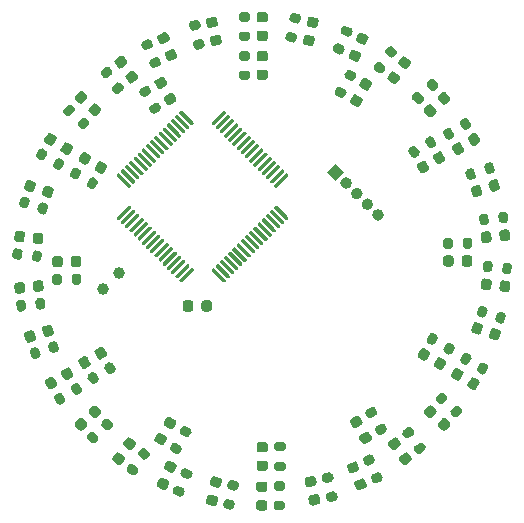
<source format=gbr>
%TF.GenerationSoftware,KiCad,Pcbnew,5.1.8-1.fc33*%
%TF.CreationDate,2021-01-30T22:30:16+01:00*%
%TF.ProjectId,lightring,6c696768-7472-4696-9e67-2e6b69636164,rev?*%
%TF.SameCoordinates,Original*%
%TF.FileFunction,Soldermask,Top*%
%TF.FilePolarity,Negative*%
%FSLAX46Y46*%
G04 Gerber Fmt 4.6, Leading zero omitted, Abs format (unit mm)*
G04 Created by KiCad (PCBNEW 5.1.8-1.fc33) date 2021-01-30 22:30:16*
%MOMM*%
%LPD*%
G01*
G04 APERTURE LIST*
%ADD10C,1.000000*%
%ADD11C,0.100000*%
G04 APERTURE END LIST*
%TO.C,D1*%
G36*
G01*
X169743750Y-60500000D02*
X170256250Y-60500000D01*
G75*
G02*
X170475000Y-60718750I0J-218750D01*
G01*
X170475000Y-61156250D01*
G75*
G02*
X170256250Y-61375000I-218750J0D01*
G01*
X169743750Y-61375000D01*
G75*
G02*
X169525000Y-61156250I0J218750D01*
G01*
X169525000Y-60718750D01*
G75*
G02*
X169743750Y-60500000I218750J0D01*
G01*
G37*
G36*
G01*
X169743750Y-58925000D02*
X170256250Y-58925000D01*
G75*
G02*
X170475000Y-59143750I0J-218750D01*
G01*
X170475000Y-59581250D01*
G75*
G02*
X170256250Y-59800000I-218750J0D01*
G01*
X169743750Y-59800000D01*
G75*
G02*
X169525000Y-59581250I0J218750D01*
G01*
X169525000Y-59143750D01*
G75*
G02*
X169743750Y-58925000I218750J0D01*
G01*
G37*
%TD*%
%TO.C,D2*%
G36*
G01*
X173776581Y-60839074D02*
X174277882Y-60945629D01*
G75*
G02*
X174446371Y-61205080I-45481J-213970D01*
G01*
X174355410Y-61633019D01*
G75*
G02*
X174095959Y-61801508I-213970J45481D01*
G01*
X173594658Y-61694953D01*
G75*
G02*
X173426169Y-61435502I45481J213970D01*
G01*
X173517130Y-61007563D01*
G75*
G02*
X173776581Y-60839074I213970J-45481D01*
G01*
G37*
G36*
G01*
X174104041Y-59298492D02*
X174605342Y-59405047D01*
G75*
G02*
X174773831Y-59664498I-45481J-213970D01*
G01*
X174682870Y-60092437D01*
G75*
G02*
X174423419Y-60260926I-213970J45481D01*
G01*
X173922118Y-60154371D01*
G75*
G02*
X173753629Y-59894920I45481J213970D01*
G01*
X173844590Y-59466981D01*
G75*
G02*
X174104041Y-59298492I213970J-45481D01*
G01*
G37*
%TD*%
%TO.C,D3*%
G36*
G01*
X177773547Y-62115515D02*
X178241739Y-62323967D01*
G75*
G02*
X178352603Y-62612779I-88974J-199838D01*
G01*
X178174655Y-63012455D01*
G75*
G02*
X177885843Y-63123319I-199838J88974D01*
G01*
X177417651Y-62914867D01*
G75*
G02*
X177306787Y-62626055I88974J199838D01*
G01*
X177484735Y-62226379D01*
G75*
G02*
X177773547Y-62115515I199838J-88974D01*
G01*
G37*
G36*
G01*
X178414157Y-60676681D02*
X178882349Y-60885133D01*
G75*
G02*
X178993213Y-61173945I-88974J-199838D01*
G01*
X178815265Y-61573621D01*
G75*
G02*
X178526453Y-61684485I-199838J88974D01*
G01*
X178058261Y-61476033D01*
G75*
G02*
X177947397Y-61187221I88974J199838D01*
G01*
X178125345Y-60787545D01*
G75*
G02*
X178414157Y-60676681I199838J-88974D01*
G01*
G37*
%TD*%
%TO.C,D4*%
G36*
G01*
X181186964Y-63982537D02*
X181601586Y-64283777D01*
G75*
G02*
X181649980Y-64589327I-128578J-176972D01*
G01*
X181392824Y-64943271D01*
G75*
G02*
X181087274Y-64991665I-176972J128578D01*
G01*
X180672652Y-64690425D01*
G75*
G02*
X180624258Y-64384875I128578J176972D01*
G01*
X180881414Y-64030931D01*
G75*
G02*
X181186964Y-63982537I176972J-128578D01*
G01*
G37*
G36*
G01*
X182112726Y-62708335D02*
X182527348Y-63009575D01*
G75*
G02*
X182575742Y-63315125I-128578J-176972D01*
G01*
X182318586Y-63669069D01*
G75*
G02*
X182013036Y-63717463I-176972J128578D01*
G01*
X181598414Y-63416223D01*
G75*
G02*
X181550020Y-63110673I128578J176972D01*
G01*
X181807176Y-62756729D01*
G75*
G02*
X182112726Y-62708335I176972J-128578D01*
G01*
G37*
%TD*%
%TO.C,D5*%
G36*
G01*
X184368434Y-66793765D02*
X184711364Y-67174627D01*
G75*
G02*
X184695173Y-67483562I-162563J-146372D01*
G01*
X184370047Y-67776306D01*
G75*
G02*
X184061112Y-67760115I-146372J162563D01*
G01*
X183718182Y-67379253D01*
G75*
G02*
X183734373Y-67070318I162563J146372D01*
G01*
X184059499Y-66777574D01*
G75*
G02*
X184368434Y-66793765I146372J-162563D01*
G01*
G37*
G36*
G01*
X185538888Y-65739885D02*
X185881818Y-66120747D01*
G75*
G02*
X185865627Y-66429682I-162563J-146372D01*
G01*
X185540501Y-66722426D01*
G75*
G02*
X185231566Y-66706235I-146372J162563D01*
G01*
X184888636Y-66325373D01*
G75*
G02*
X184904827Y-66016438I162563J146372D01*
G01*
X185229953Y-65723694D01*
G75*
G02*
X185538888Y-65739885I146372J-162563D01*
G01*
G37*
%TD*%
%TO.C,D6*%
G36*
G01*
X186818766Y-70053081D02*
X187075016Y-70496919D01*
G75*
G02*
X186994948Y-70795737I-189443J-109375D01*
G01*
X186616062Y-71014487D01*
G75*
G02*
X186317244Y-70934419I-109375J189443D01*
G01*
X186060994Y-70490581D01*
G75*
G02*
X186141062Y-70191763I189443J109375D01*
G01*
X186519948Y-69973013D01*
G75*
G02*
X186818766Y-70053081I109375J-189443D01*
G01*
G37*
G36*
G01*
X188182756Y-69265581D02*
X188439006Y-69709419D01*
G75*
G02*
X188358938Y-70008237I-189443J-109375D01*
G01*
X187980052Y-70226987D01*
G75*
G02*
X187681234Y-70146919I-109375J189443D01*
G01*
X187424984Y-69703081D01*
G75*
G02*
X187505052Y-69404263I189443J109375D01*
G01*
X187883938Y-69185513D01*
G75*
G02*
X188182756Y-69265581I109375J-189443D01*
G01*
G37*
%TD*%
%TO.C,D7*%
G36*
G01*
X188487945Y-73714448D02*
X188646316Y-74201865D01*
G75*
G02*
X188505869Y-74477506I-208044J-67597D01*
G01*
X188089782Y-74612701D01*
G75*
G02*
X187814141Y-74472254I-67597J208044D01*
G01*
X187655770Y-73984837D01*
G75*
G02*
X187796217Y-73709196I208044J67597D01*
G01*
X188212304Y-73574001D01*
G75*
G02*
X188487945Y-73714448I67597J-208044D01*
G01*
G37*
G36*
G01*
X189985859Y-73227746D02*
X190144230Y-73715163D01*
G75*
G02*
X190003783Y-73990804I-208044J-67597D01*
G01*
X189587696Y-74125999D01*
G75*
G02*
X189312055Y-73985552I-67597J208044D01*
G01*
X189153684Y-73498135D01*
G75*
G02*
X189294131Y-73222494I208044J67597D01*
G01*
X189710218Y-73087299D01*
G75*
G02*
X189985859Y-73227746I67597J-208044D01*
G01*
G37*
%TD*%
%TO.C,D8*%
G36*
G01*
X189375132Y-77681738D02*
X189428703Y-78191431D01*
G75*
G02*
X189234017Y-78431849I-217552J-22866D01*
G01*
X188798914Y-78477580D01*
G75*
G02*
X188558496Y-78282894I-22866J217552D01*
G01*
X188504925Y-77773201D01*
G75*
G02*
X188699611Y-77532783I217552J22866D01*
G01*
X189134714Y-77487052D01*
G75*
G02*
X189375132Y-77681738I22866J-217552D01*
G01*
G37*
G36*
G01*
X190941504Y-77517106D02*
X190995075Y-78026799D01*
G75*
G02*
X190800389Y-78267217I-217552J-22866D01*
G01*
X190365286Y-78312948D01*
G75*
G02*
X190124868Y-78118262I-22866J217552D01*
G01*
X190071297Y-77608569D01*
G75*
G02*
X190265983Y-77368151I217552J22866D01*
G01*
X190701086Y-77322420D01*
G75*
G02*
X190941504Y-77517106I22866J-217552D01*
G01*
G37*
%TD*%
%TO.C,D9*%
G36*
G01*
X189428703Y-81758569D02*
X189375132Y-82268262D01*
G75*
G02*
X189134714Y-82462948I-217552J22866D01*
G01*
X188699611Y-82417217D01*
G75*
G02*
X188504925Y-82176799I22866J217552D01*
G01*
X188558496Y-81667106D01*
G75*
G02*
X188798914Y-81472420I217552J-22866D01*
G01*
X189234017Y-81518151D01*
G75*
G02*
X189428703Y-81758569I-22866J-217552D01*
G01*
G37*
G36*
G01*
X190995075Y-81923201D02*
X190941504Y-82432894D01*
G75*
G02*
X190701086Y-82627580I-217552J22866D01*
G01*
X190265983Y-82581849D01*
G75*
G02*
X190071297Y-82341431I22866J217552D01*
G01*
X190124868Y-81831738D01*
G75*
G02*
X190365286Y-81637052I217552J-22866D01*
G01*
X190800389Y-81682783D01*
G75*
G02*
X190995075Y-81923201I-22866J-217552D01*
G01*
G37*
%TD*%
%TO.C,D10*%
G36*
G01*
X188696316Y-85598135D02*
X188537945Y-86085552D01*
G75*
G02*
X188262304Y-86225999I-208044J67597D01*
G01*
X187846217Y-86090804D01*
G75*
G02*
X187705770Y-85815163I67597J208044D01*
G01*
X187864141Y-85327746D01*
G75*
G02*
X188139782Y-85187299I208044J-67597D01*
G01*
X188555869Y-85322494D01*
G75*
G02*
X188696316Y-85598135I-67597J-208044D01*
G01*
G37*
G36*
G01*
X190194230Y-86084837D02*
X190035859Y-86572254D01*
G75*
G02*
X189760218Y-86712701I-208044J67597D01*
G01*
X189344131Y-86577506D01*
G75*
G02*
X189203684Y-86301865I67597J208044D01*
G01*
X189362055Y-85814448D01*
G75*
G02*
X189637696Y-85674001I208044J-67597D01*
G01*
X190053783Y-85809196D01*
G75*
G02*
X190194230Y-86084837I-67597J-208044D01*
G01*
G37*
%TD*%
%TO.C,D11*%
G36*
G01*
X187025016Y-89603081D02*
X186768766Y-90046919D01*
G75*
G02*
X186469948Y-90126987I-189443J109375D01*
G01*
X186091062Y-89908237D01*
G75*
G02*
X186010994Y-89609419I109375J189443D01*
G01*
X186267244Y-89165581D01*
G75*
G02*
X186566062Y-89085513I189443J-109375D01*
G01*
X186944948Y-89304263D01*
G75*
G02*
X187025016Y-89603081I-109375J-189443D01*
G01*
G37*
G36*
G01*
X188389006Y-90390581D02*
X188132756Y-90834419D01*
G75*
G02*
X187833938Y-90914487I-189443J109375D01*
G01*
X187455052Y-90695737D01*
G75*
G02*
X187374984Y-90396919I109375J189443D01*
G01*
X187631234Y-89953081D01*
G75*
G02*
X187930052Y-89873013I189443J-109375D01*
G01*
X188308938Y-90091763D01*
G75*
G02*
X188389006Y-90390581I-109375J-189443D01*
G01*
G37*
%TD*%
%TO.C,D12*%
G36*
G01*
X184711364Y-92875373D02*
X184368434Y-93256235D01*
G75*
G02*
X184059499Y-93272426I-162563J146372D01*
G01*
X183734373Y-92979682D01*
G75*
G02*
X183718182Y-92670747I146372J162563D01*
G01*
X184061112Y-92289885D01*
G75*
G02*
X184370047Y-92273694I162563J-146372D01*
G01*
X184695173Y-92566438D01*
G75*
G02*
X184711364Y-92875373I-146372J-162563D01*
G01*
G37*
G36*
G01*
X185881818Y-93929253D02*
X185538888Y-94310115D01*
G75*
G02*
X185229953Y-94326306I-162563J146372D01*
G01*
X184904827Y-94033562D01*
G75*
G02*
X184888636Y-93724627I146372J162563D01*
G01*
X185231566Y-93343765D01*
G75*
G02*
X185540501Y-93327574I162563J-146372D01*
G01*
X185865627Y-93620318D01*
G75*
G02*
X185881818Y-93929253I-146372J-162563D01*
G01*
G37*
%TD*%
%TO.C,D13*%
G36*
G01*
X181651586Y-95666223D02*
X181236964Y-95967463D01*
G75*
G02*
X180931414Y-95919069I-128578J176972D01*
G01*
X180674258Y-95565125D01*
G75*
G02*
X180722652Y-95259575I176972J128578D01*
G01*
X181137274Y-94958335D01*
G75*
G02*
X181442824Y-95006729I128578J-176972D01*
G01*
X181699980Y-95360673D01*
G75*
G02*
X181651586Y-95666223I-176972J-128578D01*
G01*
G37*
G36*
G01*
X182577348Y-96940425D02*
X182162726Y-97241665D01*
G75*
G02*
X181857176Y-97193271I-128578J176972D01*
G01*
X181600020Y-96839327D01*
G75*
G02*
X181648414Y-96533777I176972J128578D01*
G01*
X182063036Y-96232537D01*
G75*
G02*
X182368586Y-96280931I128578J-176972D01*
G01*
X182625742Y-96634875D01*
G75*
G02*
X182577348Y-96940425I-176972J-128578D01*
G01*
G37*
%TD*%
%TO.C,D14*%
G36*
G01*
X178091739Y-97776033D02*
X177623547Y-97984485D01*
G75*
G02*
X177334735Y-97873621I-88974J199838D01*
G01*
X177156787Y-97473945D01*
G75*
G02*
X177267651Y-97185133I199838J88974D01*
G01*
X177735843Y-96976681D01*
G75*
G02*
X178024655Y-97087545I88974J-199838D01*
G01*
X178202603Y-97487221D01*
G75*
G02*
X178091739Y-97776033I-199838J-88974D01*
G01*
G37*
G36*
G01*
X178732349Y-99214867D02*
X178264157Y-99423319D01*
G75*
G02*
X177975345Y-99312455I-88974J199838D01*
G01*
X177797397Y-98912779D01*
G75*
G02*
X177908261Y-98623967I199838J88974D01*
G01*
X178376453Y-98415515D01*
G75*
G02*
X178665265Y-98526379I88974J-199838D01*
G01*
X178843213Y-98926055D01*
G75*
G02*
X178732349Y-99214867I-199838J-88974D01*
G01*
G37*
%TD*%
%TO.C,D15*%
G36*
G01*
X174427882Y-99054371D02*
X173926581Y-99160926D01*
G75*
G02*
X173667130Y-98992437I-45481J213970D01*
G01*
X173576169Y-98564498D01*
G75*
G02*
X173744658Y-98305047I213970J45481D01*
G01*
X174245959Y-98198492D01*
G75*
G02*
X174505410Y-98366981I45481J-213970D01*
G01*
X174596371Y-98794920D01*
G75*
G02*
X174427882Y-99054371I-213970J-45481D01*
G01*
G37*
G36*
G01*
X174755342Y-100594953D02*
X174254041Y-100701508D01*
G75*
G02*
X173994590Y-100533019I-45481J213970D01*
G01*
X173903629Y-100105080D01*
G75*
G02*
X174072118Y-99845629I213970J45481D01*
G01*
X174573419Y-99739074D01*
G75*
G02*
X174832870Y-99907563I45481J-213970D01*
G01*
X174923831Y-100335502D01*
G75*
G02*
X174755342Y-100594953I-213970J-45481D01*
G01*
G37*
%TD*%
%TO.C,D16*%
G36*
G01*
X170206250Y-99550000D02*
X169693750Y-99550000D01*
G75*
G02*
X169475000Y-99331250I0J218750D01*
G01*
X169475000Y-98893750D01*
G75*
G02*
X169693750Y-98675000I218750J0D01*
G01*
X170206250Y-98675000D01*
G75*
G02*
X170425000Y-98893750I0J-218750D01*
G01*
X170425000Y-99331250D01*
G75*
G02*
X170206250Y-99550000I-218750J0D01*
G01*
G37*
G36*
G01*
X170206250Y-101125000D02*
X169693750Y-101125000D01*
G75*
G02*
X169475000Y-100906250I0J218750D01*
G01*
X169475000Y-100468750D01*
G75*
G02*
X169693750Y-100250000I218750J0D01*
G01*
X170206250Y-100250000D01*
G75*
G02*
X170425000Y-100468750I0J-218750D01*
G01*
X170425000Y-100906250D01*
G75*
G02*
X170206250Y-101125000I-218750J0D01*
G01*
G37*
%TD*%
%TO.C,D17*%
G36*
G01*
X166237149Y-99190635D02*
X165735848Y-99084080D01*
G75*
G02*
X165567359Y-98824629I45481J213970D01*
G01*
X165658320Y-98396690D01*
G75*
G02*
X165917771Y-98228201I213970J-45481D01*
G01*
X166419072Y-98334756D01*
G75*
G02*
X166587561Y-98594207I-45481J-213970D01*
G01*
X166496600Y-99022146D01*
G75*
G02*
X166237149Y-99190635I-213970J45481D01*
G01*
G37*
G36*
G01*
X165909689Y-100731217D02*
X165408388Y-100624662D01*
G75*
G02*
X165239899Y-100365211I45481J213970D01*
G01*
X165330860Y-99937272D01*
G75*
G02*
X165590311Y-99768783I213970J-45481D01*
G01*
X166091612Y-99875338D01*
G75*
G02*
X166260101Y-100134789I-45481J-213970D01*
G01*
X166169140Y-100562728D01*
G75*
G02*
X165909689Y-100731217I-213970J45481D01*
G01*
G37*
%TD*%
%TO.C,D18*%
G36*
G01*
X162276453Y-97934485D02*
X161808261Y-97726033D01*
G75*
G02*
X161697397Y-97437221I88974J199838D01*
G01*
X161875345Y-97037545D01*
G75*
G02*
X162164157Y-96926681I199838J-88974D01*
G01*
X162632349Y-97135133D01*
G75*
G02*
X162743213Y-97423945I-88974J-199838D01*
G01*
X162565265Y-97823621D01*
G75*
G02*
X162276453Y-97934485I-199838J88974D01*
G01*
G37*
G36*
G01*
X161635843Y-99373319D02*
X161167651Y-99164867D01*
G75*
G02*
X161056787Y-98876055I88974J199838D01*
G01*
X161234735Y-98476379D01*
G75*
G02*
X161523547Y-98365515I199838J-88974D01*
G01*
X161991739Y-98573967D01*
G75*
G02*
X162102603Y-98862779I-88974J-199838D01*
G01*
X161924655Y-99262455D01*
G75*
G02*
X161635843Y-99373319I-199838J88974D01*
G01*
G37*
%TD*%
%TO.C,D19*%
G36*
G01*
X158713036Y-95967463D02*
X158298414Y-95666223D01*
G75*
G02*
X158250020Y-95360673I128578J176972D01*
G01*
X158507176Y-95006729D01*
G75*
G02*
X158812726Y-94958335I176972J-128578D01*
G01*
X159227348Y-95259575D01*
G75*
G02*
X159275742Y-95565125I-128578J-176972D01*
G01*
X159018586Y-95919069D01*
G75*
G02*
X158713036Y-95967463I-176972J128578D01*
G01*
G37*
G36*
G01*
X157787274Y-97241665D02*
X157372652Y-96940425D01*
G75*
G02*
X157324258Y-96634875I128578J176972D01*
G01*
X157581414Y-96280931D01*
G75*
G02*
X157886964Y-96232537I176972J-128578D01*
G01*
X158301586Y-96533777D01*
G75*
G02*
X158349980Y-96839327I-128578J-176972D01*
G01*
X158092824Y-97193271D01*
G75*
G02*
X157787274Y-97241665I-176972J128578D01*
G01*
G37*
%TD*%
%TO.C,D20*%
G36*
G01*
X155681566Y-93256235D02*
X155338636Y-92875373D01*
G75*
G02*
X155354827Y-92566438I162563J146372D01*
G01*
X155679953Y-92273694D01*
G75*
G02*
X155988888Y-92289885I146372J-162563D01*
G01*
X156331818Y-92670747D01*
G75*
G02*
X156315627Y-92979682I-162563J-146372D01*
G01*
X155990501Y-93272426D01*
G75*
G02*
X155681566Y-93256235I-146372J162563D01*
G01*
G37*
G36*
G01*
X154511112Y-94310115D02*
X154168182Y-93929253D01*
G75*
G02*
X154184373Y-93620318I162563J146372D01*
G01*
X154509499Y-93327574D01*
G75*
G02*
X154818434Y-93343765I146372J-162563D01*
G01*
X155161364Y-93724627D01*
G75*
G02*
X155145173Y-94033562I-162563J-146372D01*
G01*
X154820047Y-94326306D01*
G75*
G02*
X154511112Y-94310115I-146372J162563D01*
G01*
G37*
%TD*%
%TO.C,D21*%
G36*
G01*
X153231234Y-89996919D02*
X152974984Y-89553081D01*
G75*
G02*
X153055052Y-89254263I189443J109375D01*
G01*
X153433938Y-89035513D01*
G75*
G02*
X153732756Y-89115581I109375J-189443D01*
G01*
X153989006Y-89559419D01*
G75*
G02*
X153908938Y-89858237I-189443J-109375D01*
G01*
X153530052Y-90076987D01*
G75*
G02*
X153231234Y-89996919I-109375J189443D01*
G01*
G37*
G36*
G01*
X151867244Y-90784419D02*
X151610994Y-90340581D01*
G75*
G02*
X151691062Y-90041763I189443J109375D01*
G01*
X152069948Y-89823013D01*
G75*
G02*
X152368766Y-89903081I109375J-189443D01*
G01*
X152625016Y-90346919D01*
G75*
G02*
X152544948Y-90645737I-189443J-109375D01*
G01*
X152166062Y-90864487D01*
G75*
G02*
X151867244Y-90784419I-109375J189443D01*
G01*
G37*
%TD*%
%TO.C,D22*%
G36*
G01*
X151512055Y-86285552D02*
X151353684Y-85798135D01*
G75*
G02*
X151494131Y-85522494I208044J67597D01*
G01*
X151910218Y-85387299D01*
G75*
G02*
X152185859Y-85527746I67597J-208044D01*
G01*
X152344230Y-86015163D01*
G75*
G02*
X152203783Y-86290804I-208044J-67597D01*
G01*
X151787696Y-86425999D01*
G75*
G02*
X151512055Y-86285552I-67597J208044D01*
G01*
G37*
G36*
G01*
X150014141Y-86772254D02*
X149855770Y-86284837D01*
G75*
G02*
X149996217Y-86009196I208044J67597D01*
G01*
X150412304Y-85874001D01*
G75*
G02*
X150687945Y-86014448I67597J-208044D01*
G01*
X150846316Y-86501865D01*
G75*
G02*
X150705869Y-86777506I-208044J-67597D01*
G01*
X150289782Y-86912701D01*
G75*
G02*
X150014141Y-86772254I-67597J208044D01*
G01*
G37*
%TD*%
%TO.C,D23*%
G36*
G01*
X150624868Y-82418262D02*
X150571297Y-81908569D01*
G75*
G02*
X150765983Y-81668151I217552J22866D01*
G01*
X151201086Y-81622420D01*
G75*
G02*
X151441504Y-81817106I22866J-217552D01*
G01*
X151495075Y-82326799D01*
G75*
G02*
X151300389Y-82567217I-217552J-22866D01*
G01*
X150865286Y-82612948D01*
G75*
G02*
X150624868Y-82418262I-22866J217552D01*
G01*
G37*
G36*
G01*
X149058496Y-82582894D02*
X149004925Y-82073201D01*
G75*
G02*
X149199611Y-81832783I217552J22866D01*
G01*
X149634714Y-81787052D01*
G75*
G02*
X149875132Y-81981738I22866J-217552D01*
G01*
X149928703Y-82491431D01*
G75*
G02*
X149734017Y-82731849I-217552J-22866D01*
G01*
X149298914Y-82777580D01*
G75*
G02*
X149058496Y-82582894I-22866J217552D01*
G01*
G37*
%TD*%
%TO.C,D24*%
G36*
G01*
X150558797Y-78291431D02*
X150612368Y-77781738D01*
G75*
G02*
X150852786Y-77587052I217552J-22866D01*
G01*
X151287889Y-77632783D01*
G75*
G02*
X151482575Y-77873201I-22866J-217552D01*
G01*
X151429004Y-78382894D01*
G75*
G02*
X151188586Y-78577580I-217552J22866D01*
G01*
X150753483Y-78531849D01*
G75*
G02*
X150558797Y-78291431I22866J217552D01*
G01*
G37*
G36*
G01*
X148992425Y-78126799D02*
X149045996Y-77617106D01*
G75*
G02*
X149286414Y-77422420I217552J-22866D01*
G01*
X149721517Y-77468151D01*
G75*
G02*
X149916203Y-77708569I-22866J-217552D01*
G01*
X149862632Y-78218262D01*
G75*
G02*
X149622214Y-78412948I-217552J22866D01*
G01*
X149187111Y-78367217D01*
G75*
G02*
X148992425Y-78126799I22866J217552D01*
G01*
G37*
%TD*%
%TO.C,D25*%
G36*
G01*
X151353684Y-74251865D02*
X151512055Y-73764448D01*
G75*
G02*
X151787696Y-73624001I208044J-67597D01*
G01*
X152203783Y-73759196D01*
G75*
G02*
X152344230Y-74034837I-67597J-208044D01*
G01*
X152185859Y-74522254D01*
G75*
G02*
X151910218Y-74662701I-208044J67597D01*
G01*
X151494131Y-74527506D01*
G75*
G02*
X151353684Y-74251865I67597J208044D01*
G01*
G37*
G36*
G01*
X149855770Y-73765163D02*
X150014141Y-73277746D01*
G75*
G02*
X150289782Y-73137299I208044J-67597D01*
G01*
X150705869Y-73272494D01*
G75*
G02*
X150846316Y-73548135I-67597J-208044D01*
G01*
X150687945Y-74035552D01*
G75*
G02*
X150412304Y-74175999I-208044J67597D01*
G01*
X149996217Y-74040804D01*
G75*
G02*
X149855770Y-73765163I67597J208044D01*
G01*
G37*
%TD*%
%TO.C,D26*%
G36*
G01*
X152924984Y-70496919D02*
X153181234Y-70053081D01*
G75*
G02*
X153480052Y-69973013I189443J-109375D01*
G01*
X153858938Y-70191763D01*
G75*
G02*
X153939006Y-70490581I-109375J-189443D01*
G01*
X153682756Y-70934419D01*
G75*
G02*
X153383938Y-71014487I-189443J109375D01*
G01*
X153005052Y-70795737D01*
G75*
G02*
X152924984Y-70496919I109375J189443D01*
G01*
G37*
G36*
G01*
X151560994Y-69709419D02*
X151817244Y-69265581D01*
G75*
G02*
X152116062Y-69185513I189443J-109375D01*
G01*
X152494948Y-69404263D01*
G75*
G02*
X152575016Y-69703081I-109375J-189443D01*
G01*
X152318766Y-70146919D01*
G75*
G02*
X152019948Y-70226987I-189443J109375D01*
G01*
X151641062Y-70008237D01*
G75*
G02*
X151560994Y-69709419I109375J189443D01*
G01*
G37*
%TD*%
%TO.C,D27*%
G36*
G01*
X155323863Y-67101567D02*
X155666793Y-66720705D01*
G75*
G02*
X155975728Y-66704514I162563J-146372D01*
G01*
X156300854Y-66997258D01*
G75*
G02*
X156317045Y-67306193I-146372J-162563D01*
G01*
X155974115Y-67687055D01*
G75*
G02*
X155665180Y-67703246I-162563J146372D01*
G01*
X155340054Y-67410502D01*
G75*
G02*
X155323863Y-67101567I146372J162563D01*
G01*
G37*
G36*
G01*
X154153409Y-66047687D02*
X154496339Y-65666825D01*
G75*
G02*
X154805274Y-65650634I162563J-146372D01*
G01*
X155130400Y-65943378D01*
G75*
G02*
X155146591Y-66252313I-146372J-162563D01*
G01*
X154803661Y-66633175D01*
G75*
G02*
X154494726Y-66649366I-162563J146372D01*
G01*
X154169600Y-66356622D01*
G75*
G02*
X154153409Y-66047687I146372J162563D01*
G01*
G37*
%TD*%
%TO.C,D28*%
G36*
G01*
X158498414Y-64233777D02*
X158913036Y-63932537D01*
G75*
G02*
X159218586Y-63980931I128578J-176972D01*
G01*
X159475742Y-64334875D01*
G75*
G02*
X159427348Y-64640425I-176972J-128578D01*
G01*
X159012726Y-64941665D01*
G75*
G02*
X158707176Y-64893271I-128578J176972D01*
G01*
X158450020Y-64539327D01*
G75*
G02*
X158498414Y-64233777I176972J128578D01*
G01*
G37*
G36*
G01*
X157572652Y-62959575D02*
X157987274Y-62658335D01*
G75*
G02*
X158292824Y-62706729I128578J-176972D01*
G01*
X158549980Y-63060673D01*
G75*
G02*
X158501586Y-63366223I-176972J-128578D01*
G01*
X158086964Y-63667463D01*
G75*
G02*
X157781414Y-63619069I-128578J176972D01*
G01*
X157524258Y-63265125D01*
G75*
G02*
X157572652Y-62959575I176972J128578D01*
G01*
G37*
%TD*%
%TO.C,D29*%
G36*
G01*
X161858261Y-62273967D02*
X162326453Y-62065515D01*
G75*
G02*
X162615265Y-62176379I88974J-199838D01*
G01*
X162793213Y-62576055D01*
G75*
G02*
X162682349Y-62864867I-199838J-88974D01*
G01*
X162214157Y-63073319D01*
G75*
G02*
X161925345Y-62962455I-88974J199838D01*
G01*
X161747397Y-62562779D01*
G75*
G02*
X161858261Y-62273967I199838J88974D01*
G01*
G37*
G36*
G01*
X161217651Y-60835133D02*
X161685843Y-60626681D01*
G75*
G02*
X161974655Y-60737545I88974J-199838D01*
G01*
X162152603Y-61137221D01*
G75*
G02*
X162041739Y-61426033I-199838J-88974D01*
G01*
X161573547Y-61634485D01*
G75*
G02*
X161284735Y-61523621I-88974J199838D01*
G01*
X161106787Y-61123945D01*
G75*
G02*
X161217651Y-60835133I199838J88974D01*
G01*
G37*
%TD*%
%TO.C,D30*%
G36*
G01*
X165722118Y-60945629D02*
X166223419Y-60839074D01*
G75*
G02*
X166482870Y-61007563I45481J-213970D01*
G01*
X166573831Y-61435502D01*
G75*
G02*
X166405342Y-61694953I-213970J-45481D01*
G01*
X165904041Y-61801508D01*
G75*
G02*
X165644590Y-61633019I-45481J213970D01*
G01*
X165553629Y-61205080D01*
G75*
G02*
X165722118Y-60945629I213970J45481D01*
G01*
G37*
G36*
G01*
X165394658Y-59405047D02*
X165895959Y-59298492D01*
G75*
G02*
X166155410Y-59466981I45481J-213970D01*
G01*
X166246371Y-59894920D01*
G75*
G02*
X166077882Y-60154371I-213970J-45481D01*
G01*
X165576581Y-60260926D01*
G75*
G02*
X165317130Y-60092437I-45481J213970D01*
G01*
X165226169Y-59664498D01*
G75*
G02*
X165394658Y-59405047I213970J45481D01*
G01*
G37*
%TD*%
%TO.C,D31*%
G36*
G01*
X169743750Y-63787500D02*
X170256250Y-63787500D01*
G75*
G02*
X170475000Y-64006250I0J-218750D01*
G01*
X170475000Y-64443750D01*
G75*
G02*
X170256250Y-64662500I-218750J0D01*
G01*
X169743750Y-64662500D01*
G75*
G02*
X169525000Y-64443750I0J218750D01*
G01*
X169525000Y-64006250D01*
G75*
G02*
X169743750Y-63787500I218750J0D01*
G01*
G37*
G36*
G01*
X169743750Y-62212500D02*
X170256250Y-62212500D01*
G75*
G02*
X170475000Y-62431250I0J-218750D01*
G01*
X170475000Y-62868750D01*
G75*
G02*
X170256250Y-63087500I-218750J0D01*
G01*
X169743750Y-63087500D01*
G75*
G02*
X169525000Y-62868750I0J218750D01*
G01*
X169525000Y-62431250D01*
G75*
G02*
X169743750Y-62212500I218750J0D01*
G01*
G37*
%TD*%
%TO.C,D32*%
G36*
G01*
X177959331Y-65906979D02*
X178403169Y-66163229D01*
G75*
G02*
X178483237Y-66462047I-109375J-189443D01*
G01*
X178264487Y-66840933D01*
G75*
G02*
X177965669Y-66921001I-189443J109375D01*
G01*
X177521831Y-66664751D01*
G75*
G02*
X177441763Y-66365933I109375J189443D01*
G01*
X177660513Y-65987047D01*
G75*
G02*
X177959331Y-65906979I189443J-109375D01*
G01*
G37*
G36*
G01*
X178746831Y-64542989D02*
X179190669Y-64799239D01*
G75*
G02*
X179270737Y-65098057I-109375J-189443D01*
G01*
X179051987Y-65476943D01*
G75*
G02*
X178753169Y-65557011I-189443J109375D01*
G01*
X178309331Y-65300761D01*
G75*
G02*
X178229263Y-65001943I109375J189443D01*
G01*
X178448013Y-64623057D01*
G75*
G02*
X178746831Y-64542989I189443J-109375D01*
G01*
G37*
%TD*%
%TO.C,D33*%
G36*
G01*
X183868766Y-71603081D02*
X184125016Y-72046919D01*
G75*
G02*
X184044948Y-72345737I-189443J-109375D01*
G01*
X183666062Y-72564487D01*
G75*
G02*
X183367244Y-72484419I-109375J189443D01*
G01*
X183110994Y-72040581D01*
G75*
G02*
X183191062Y-71741763I189443J109375D01*
G01*
X183569948Y-71523013D01*
G75*
G02*
X183868766Y-71603081I109375J-189443D01*
G01*
G37*
G36*
G01*
X185232756Y-70815581D02*
X185489006Y-71259419D01*
G75*
G02*
X185408938Y-71558237I-189443J-109375D01*
G01*
X185030052Y-71776987D01*
G75*
G02*
X184731234Y-71696919I-109375J189443D01*
G01*
X184474984Y-71253081D01*
G75*
G02*
X184555052Y-70954263I189443J109375D01*
G01*
X184933938Y-70735513D01*
G75*
G02*
X185232756Y-70815581I109375J-189443D01*
G01*
G37*
%TD*%
%TO.C,D34*%
G36*
G01*
X186200000Y-79743750D02*
X186200000Y-80256250D01*
G75*
G02*
X185981250Y-80475000I-218750J0D01*
G01*
X185543750Y-80475000D01*
G75*
G02*
X185325000Y-80256250I0J218750D01*
G01*
X185325000Y-79743750D01*
G75*
G02*
X185543750Y-79525000I218750J0D01*
G01*
X185981250Y-79525000D01*
G75*
G02*
X186200000Y-79743750I0J-218750D01*
G01*
G37*
G36*
G01*
X187775000Y-79743750D02*
X187775000Y-80256250D01*
G75*
G02*
X187556250Y-80475000I-218750J0D01*
G01*
X187118750Y-80475000D01*
G75*
G02*
X186900000Y-80256250I0J218750D01*
G01*
X186900000Y-79743750D01*
G75*
G02*
X187118750Y-79525000I218750J0D01*
G01*
X187556250Y-79525000D01*
G75*
G02*
X187775000Y-79743750I0J-218750D01*
G01*
G37*
%TD*%
%TO.C,D35*%
G36*
G01*
X184175016Y-87903081D02*
X183918766Y-88346919D01*
G75*
G02*
X183619948Y-88426987I-189443J109375D01*
G01*
X183241062Y-88208237D01*
G75*
G02*
X183160994Y-87909419I109375J189443D01*
G01*
X183417244Y-87465581D01*
G75*
G02*
X183716062Y-87385513I189443J-109375D01*
G01*
X184094948Y-87604263D01*
G75*
G02*
X184175016Y-87903081I-109375J-189443D01*
G01*
G37*
G36*
G01*
X185539006Y-88690581D02*
X185282756Y-89134419D01*
G75*
G02*
X184983938Y-89214487I-189443J109375D01*
G01*
X184605052Y-88995737D01*
G75*
G02*
X184524984Y-88696919I109375J189443D01*
G01*
X184781234Y-88253081D01*
G75*
G02*
X185080052Y-88173013I189443J-109375D01*
G01*
X185458938Y-88391763D01*
G75*
G02*
X185539006Y-88690581I-109375J-189443D01*
G01*
G37*
%TD*%
%TO.C,D36*%
G36*
G01*
X178396919Y-93868766D02*
X177953081Y-94125016D01*
G75*
G02*
X177654263Y-94044948I-109375J189443D01*
G01*
X177435513Y-93666062D01*
G75*
G02*
X177515581Y-93367244I189443J109375D01*
G01*
X177959419Y-93110994D01*
G75*
G02*
X178258237Y-93191062I109375J-189443D01*
G01*
X178476987Y-93569948D01*
G75*
G02*
X178396919Y-93868766I-189443J-109375D01*
G01*
G37*
G36*
G01*
X179184419Y-95232756D02*
X178740581Y-95489006D01*
G75*
G02*
X178441763Y-95408938I-109375J189443D01*
G01*
X178223013Y-95030052D01*
G75*
G02*
X178303081Y-94731234I189443J109375D01*
G01*
X178746919Y-94474984D01*
G75*
G02*
X179045737Y-94555052I109375J-189443D01*
G01*
X179264487Y-94933938D01*
G75*
G02*
X179184419Y-95232756I-189443J-109375D01*
G01*
G37*
%TD*%
%TO.C,D37*%
G36*
G01*
X170256250Y-96200000D02*
X169743750Y-96200000D01*
G75*
G02*
X169525000Y-95981250I0J218750D01*
G01*
X169525000Y-95543750D01*
G75*
G02*
X169743750Y-95325000I218750J0D01*
G01*
X170256250Y-95325000D01*
G75*
G02*
X170475000Y-95543750I0J-218750D01*
G01*
X170475000Y-95981250D01*
G75*
G02*
X170256250Y-96200000I-218750J0D01*
G01*
G37*
G36*
G01*
X170256250Y-97775000D02*
X169743750Y-97775000D01*
G75*
G02*
X169525000Y-97556250I0J218750D01*
G01*
X169525000Y-97118750D01*
G75*
G02*
X169743750Y-96900000I218750J0D01*
G01*
X170256250Y-96900000D01*
G75*
G02*
X170475000Y-97118750I0J-218750D01*
G01*
X170475000Y-97556250D01*
G75*
G02*
X170256250Y-97775000I-218750J0D01*
G01*
G37*
%TD*%
%TO.C,D38*%
G36*
G01*
X162196919Y-94225016D02*
X161753081Y-93968766D01*
G75*
G02*
X161673013Y-93669948I109375J189443D01*
G01*
X161891763Y-93291062D01*
G75*
G02*
X162190581Y-93210994I189443J-109375D01*
G01*
X162634419Y-93467244D01*
G75*
G02*
X162714487Y-93766062I-109375J-189443D01*
G01*
X162495737Y-94144948D01*
G75*
G02*
X162196919Y-94225016I-189443J109375D01*
G01*
G37*
G36*
G01*
X161409419Y-95589006D02*
X160965581Y-95332756D01*
G75*
G02*
X160885513Y-95033938I109375J189443D01*
G01*
X161104263Y-94655052D01*
G75*
G02*
X161403081Y-94574984I189443J-109375D01*
G01*
X161846919Y-94831234D01*
G75*
G02*
X161926987Y-95130052I-109375J-189443D01*
G01*
X161708237Y-95508938D01*
G75*
G02*
X161409419Y-95589006I-189443J109375D01*
G01*
G37*
%TD*%
%TO.C,D39*%
G36*
G01*
X156063229Y-88253169D02*
X155806979Y-87809331D01*
G75*
G02*
X155887047Y-87510513I189443J109375D01*
G01*
X156265933Y-87291763D01*
G75*
G02*
X156564751Y-87371831I109375J-189443D01*
G01*
X156821001Y-87815669D01*
G75*
G02*
X156740933Y-88114487I-189443J-109375D01*
G01*
X156362047Y-88333237D01*
G75*
G02*
X156063229Y-88253169I-109375J189443D01*
G01*
G37*
G36*
G01*
X154699239Y-89040669D02*
X154442989Y-88596831D01*
G75*
G02*
X154523057Y-88298013I189443J109375D01*
G01*
X154901943Y-88079263D01*
G75*
G02*
X155200761Y-88159331I109375J-189443D01*
G01*
X155457011Y-88603169D01*
G75*
G02*
X155376943Y-88901987I-189443J-109375D01*
G01*
X154998057Y-89120737D01*
G75*
G02*
X154699239Y-89040669I-109375J189443D01*
G01*
G37*
%TD*%
%TO.C,D40*%
G36*
G01*
X153800000Y-80306250D02*
X153800000Y-79793750D01*
G75*
G02*
X154018750Y-79575000I218750J0D01*
G01*
X154456250Y-79575000D01*
G75*
G02*
X154675000Y-79793750I0J-218750D01*
G01*
X154675000Y-80306250D01*
G75*
G02*
X154456250Y-80525000I-218750J0D01*
G01*
X154018750Y-80525000D01*
G75*
G02*
X153800000Y-80306250I0J218750D01*
G01*
G37*
G36*
G01*
X152225000Y-80306250D02*
X152225000Y-79793750D01*
G75*
G02*
X152443750Y-79575000I218750J0D01*
G01*
X152881250Y-79575000D01*
G75*
G02*
X153100000Y-79793750I0J-218750D01*
G01*
X153100000Y-80306250D01*
G75*
G02*
X152881250Y-80525000I-218750J0D01*
G01*
X152443750Y-80525000D01*
G75*
G02*
X152225000Y-80306250I0J218750D01*
G01*
G37*
%TD*%
%TO.C,D41*%
G36*
G01*
X155824984Y-72096919D02*
X156081234Y-71653081D01*
G75*
G02*
X156380052Y-71573013I189443J-109375D01*
G01*
X156758938Y-71791763D01*
G75*
G02*
X156839006Y-72090581I-109375J-189443D01*
G01*
X156582756Y-72534419D01*
G75*
G02*
X156283938Y-72614487I-189443J109375D01*
G01*
X155905052Y-72395737D01*
G75*
G02*
X155824984Y-72096919I109375J189443D01*
G01*
G37*
G36*
G01*
X154460994Y-71309419D02*
X154717244Y-70865581D01*
G75*
G02*
X155016062Y-70785513I189443J-109375D01*
G01*
X155394948Y-71004263D01*
G75*
G02*
X155475016Y-71303081I-109375J-189443D01*
G01*
X155218766Y-71746919D01*
G75*
G02*
X154919948Y-71826987I-189443J109375D01*
G01*
X154541062Y-71608237D01*
G75*
G02*
X154460994Y-71309419I109375J189443D01*
G01*
G37*
%TD*%
%TO.C,D42*%
G36*
G01*
X161753081Y-66031234D02*
X162196919Y-65774984D01*
G75*
G02*
X162495737Y-65855052I109375J-189443D01*
G01*
X162714487Y-66233938D01*
G75*
G02*
X162634419Y-66532756I-189443J-109375D01*
G01*
X162190581Y-66789006D01*
G75*
G02*
X161891763Y-66708938I-109375J189443D01*
G01*
X161673013Y-66330052D01*
G75*
G02*
X161753081Y-66031234I189443J109375D01*
G01*
G37*
G36*
G01*
X160965581Y-64667244D02*
X161409419Y-64410994D01*
G75*
G02*
X161708237Y-64491062I109375J-189443D01*
G01*
X161926987Y-64869948D01*
G75*
G02*
X161846919Y-65168766I-189443J-109375D01*
G01*
X161403081Y-65425016D01*
G75*
G02*
X161104263Y-65344948I-109375J189443D01*
G01*
X160885513Y-64966062D01*
G75*
G02*
X160965581Y-64667244I189443J109375D01*
G01*
G37*
%TD*%
%TO.C,R1*%
G36*
G01*
X168225000Y-58925000D02*
X168775000Y-58925000D01*
G75*
G02*
X168975000Y-59125000I0J-200000D01*
G01*
X168975000Y-59525000D01*
G75*
G02*
X168775000Y-59725000I-200000J0D01*
G01*
X168225000Y-59725000D01*
G75*
G02*
X168025000Y-59525000I0J200000D01*
G01*
X168025000Y-59125000D01*
G75*
G02*
X168225000Y-58925000I200000J0D01*
G01*
G37*
G36*
G01*
X168225000Y-60575000D02*
X168775000Y-60575000D01*
G75*
G02*
X168975000Y-60775000I0J-200000D01*
G01*
X168975000Y-61175000D01*
G75*
G02*
X168775000Y-61375000I-200000J0D01*
G01*
X168225000Y-61375000D01*
G75*
G02*
X168025000Y-61175000I0J200000D01*
G01*
X168025000Y-60775000D01*
G75*
G02*
X168225000Y-60575000I200000J0D01*
G01*
G37*
%TD*%
%TO.C,R2*%
G36*
G01*
X172614174Y-59001565D02*
X173152155Y-59115916D01*
G75*
G02*
X173306203Y-59353128I-41582J-195630D01*
G01*
X173223038Y-59744387D01*
G75*
G02*
X172985826Y-59898435I-195630J41582D01*
G01*
X172447845Y-59784084D01*
G75*
G02*
X172293797Y-59546872I41582J195630D01*
G01*
X172376962Y-59155613D01*
G75*
G02*
X172614174Y-59001565I195630J-41582D01*
G01*
G37*
G36*
G01*
X172271120Y-60615509D02*
X172809101Y-60729860D01*
G75*
G02*
X172963149Y-60967072I-41582J-195630D01*
G01*
X172879984Y-61358331D01*
G75*
G02*
X172642772Y-61512379I-195630J41582D01*
G01*
X172104791Y-61398028D01*
G75*
G02*
X171950743Y-61160816I41582J195630D01*
G01*
X172033908Y-60769557D01*
G75*
G02*
X172271120Y-60615509I195630J-41582D01*
G01*
G37*
%TD*%
%TO.C,R3*%
G36*
G01*
X177047027Y-60069054D02*
X177549477Y-60292759D01*
G75*
G02*
X177650839Y-60556815I-81347J-182709D01*
G01*
X177488145Y-60922234D01*
G75*
G02*
X177224089Y-61023596I-182709J81347D01*
G01*
X176721639Y-60799891D01*
G75*
G02*
X176620277Y-60535835I81347J182709D01*
G01*
X176782971Y-60170416D01*
G75*
G02*
X177047027Y-60069054I182709J-81347D01*
G01*
G37*
G36*
G01*
X176375911Y-61576404D02*
X176878361Y-61800109D01*
G75*
G02*
X176979723Y-62064165I-81347J-182709D01*
G01*
X176817029Y-62429584D01*
G75*
G02*
X176552973Y-62530946I-182709J81347D01*
G01*
X176050523Y-62307241D01*
G75*
G02*
X175949161Y-62043185I81347J182709D01*
G01*
X176111855Y-61677766D01*
G75*
G02*
X176375911Y-61576404I182709J-81347D01*
G01*
G37*
%TD*%
%TO.C,R4*%
G36*
G01*
X180912634Y-61814753D02*
X181357594Y-62138035D01*
G75*
G02*
X181401840Y-62417395I-117557J-161803D01*
G01*
X181166726Y-62741001D01*
G75*
G02*
X180887366Y-62785247I-161803J117557D01*
G01*
X180442406Y-62461965D01*
G75*
G02*
X180398160Y-62182605I117557J161803D01*
G01*
X180633274Y-61858999D01*
G75*
G02*
X180912634Y-61814753I161803J-117557D01*
G01*
G37*
G36*
G01*
X179942788Y-63149631D02*
X180387748Y-63472913D01*
G75*
G02*
X180431994Y-63752273I-117557J-161803D01*
G01*
X180196880Y-64075879D01*
G75*
G02*
X179917520Y-64120125I-161803J117557D01*
G01*
X179472560Y-63796843D01*
G75*
G02*
X179428314Y-63517483I117557J161803D01*
G01*
X179663428Y-63193877D01*
G75*
G02*
X179942788Y-63149631I161803J-117557D01*
G01*
G37*
%TD*%
%TO.C,R5*%
G36*
G01*
X184526341Y-64625950D02*
X184894363Y-65034680D01*
G75*
G02*
X184879560Y-65317135I-148629J-133826D01*
G01*
X184582302Y-65584787D01*
G75*
G02*
X184299847Y-65569984I-133826J148629D01*
G01*
X183931825Y-65161254D01*
G75*
G02*
X183946628Y-64878799I148629J133826D01*
G01*
X184243886Y-64611147D01*
G75*
G02*
X184526341Y-64625950I133826J-148629D01*
G01*
G37*
G36*
G01*
X183300153Y-65730016D02*
X183668175Y-66138746D01*
G75*
G02*
X183653372Y-66421201I-148629J-133826D01*
G01*
X183356114Y-66688853D01*
G75*
G02*
X183073659Y-66674050I-133826J148629D01*
G01*
X182705637Y-66265320D01*
G75*
G02*
X182720440Y-65982865I148629J133826D01*
G01*
X183017698Y-65715213D01*
G75*
G02*
X183300153Y-65730016I133826J-148629D01*
G01*
G37*
%TD*%
%TO.C,R6*%
G36*
G01*
X187408910Y-67961843D02*
X187683910Y-68438157D01*
G75*
G02*
X187610705Y-68711362I-173205J-100000D01*
G01*
X187264295Y-68911362D01*
G75*
G02*
X186991090Y-68838157I-100000J173205D01*
G01*
X186716090Y-68361843D01*
G75*
G02*
X186789295Y-68088638I173205J100000D01*
G01*
X187135705Y-67888638D01*
G75*
G02*
X187408910Y-67961843I100000J-173205D01*
G01*
G37*
G36*
G01*
X185979968Y-68786843D02*
X186254968Y-69263157D01*
G75*
G02*
X186181763Y-69536362I-173205J-100000D01*
G01*
X185835353Y-69736362D01*
G75*
G02*
X185562148Y-69663157I-100000J173205D01*
G01*
X185287148Y-69186843D01*
G75*
G02*
X185360353Y-68913638I173205J100000D01*
G01*
X185706763Y-68713638D01*
G75*
G02*
X185979968Y-68786843I100000J-173205D01*
G01*
G37*
%TD*%
%TO.C,R7*%
G36*
G01*
X189530065Y-71759914D02*
X189700024Y-72282995D01*
G75*
G02*
X189571616Y-72535009I-190211J-61803D01*
G01*
X189191193Y-72658616D01*
G75*
G02*
X188939179Y-72530208I-61803J190211D01*
G01*
X188769220Y-72007127D01*
G75*
G02*
X188897628Y-71755113I190211J61803D01*
G01*
X189278051Y-71631506D01*
G75*
G02*
X189530065Y-71759914I61803J-190211D01*
G01*
G37*
G36*
G01*
X187960821Y-72269792D02*
X188130780Y-72792873D01*
G75*
G02*
X188002372Y-73044887I-190211J-61803D01*
G01*
X187621949Y-73168494D01*
G75*
G02*
X187369935Y-73040086I-61803J190211D01*
G01*
X187199976Y-72517005D01*
G75*
G02*
X187328384Y-72264991I190211J61803D01*
G01*
X187708807Y-72141384D01*
G75*
G02*
X187960821Y-72269792I61803J-190211D01*
G01*
G37*
%TD*%
%TO.C,R8*%
G36*
G01*
X190789544Y-75998459D02*
X190847035Y-76545446D01*
G75*
G02*
X190669037Y-76765256I-198904J-20906D01*
G01*
X190271228Y-76807067D01*
G75*
G02*
X190051418Y-76629069I-20906J198904D01*
G01*
X189993927Y-76082082D01*
G75*
G02*
X190171925Y-75862272I198904J20906D01*
G01*
X190569734Y-75820461D01*
G75*
G02*
X190789544Y-75998459I20906J-198904D01*
G01*
G37*
G36*
G01*
X189148582Y-76170931D02*
X189206073Y-76717918D01*
G75*
G02*
X189028075Y-76937728I-198904J-20906D01*
G01*
X188630266Y-76979539D01*
G75*
G02*
X188410456Y-76801541I-20906J198904D01*
G01*
X188352965Y-76254554D01*
G75*
G02*
X188530963Y-76034744I198904J20906D01*
G01*
X188928772Y-75992933D01*
G75*
G02*
X189148582Y-76170931I20906J-198904D01*
G01*
G37*
%TD*%
%TO.C,R9*%
G36*
G01*
X191147035Y-80404554D02*
X191089544Y-80951541D01*
G75*
G02*
X190869734Y-81129539I-198904J20906D01*
G01*
X190471925Y-81087728D01*
G75*
G02*
X190293927Y-80867918I20906J198904D01*
G01*
X190351418Y-80320931D01*
G75*
G02*
X190571228Y-80142933I198904J-20906D01*
G01*
X190969037Y-80184744D01*
G75*
G02*
X191147035Y-80404554I-20906J-198904D01*
G01*
G37*
G36*
G01*
X189506073Y-80232082D02*
X189448582Y-80779069D01*
G75*
G02*
X189228772Y-80957067I-198904J20906D01*
G01*
X188830963Y-80915256D01*
G75*
G02*
X188652965Y-80695446I20906J198904D01*
G01*
X188710456Y-80148459D01*
G75*
G02*
X188930266Y-79970461I198904J-20906D01*
G01*
X189328075Y-80012272D01*
G75*
G02*
X189506073Y-80232082I-20906J-198904D01*
G01*
G37*
%TD*%
%TO.C,R10*%
G36*
G01*
X190650024Y-84667005D02*
X190480065Y-85190086D01*
G75*
G02*
X190228051Y-85318494I-190211J61803D01*
G01*
X189847628Y-85194887D01*
G75*
G02*
X189719220Y-84942873I61803J190211D01*
G01*
X189889179Y-84419792D01*
G75*
G02*
X190141193Y-84291384I190211J-61803D01*
G01*
X190521616Y-84414991D01*
G75*
G02*
X190650024Y-84667005I-61803J-190211D01*
G01*
G37*
G36*
G01*
X189080780Y-84157127D02*
X188910821Y-84680208D01*
G75*
G02*
X188658807Y-84808616I-190211J61803D01*
G01*
X188278384Y-84685009D01*
G75*
G02*
X188149976Y-84432995I61803J190211D01*
G01*
X188319935Y-83909914D01*
G75*
G02*
X188571949Y-83781506I190211J-61803D01*
G01*
X188952372Y-83905113D01*
G75*
G02*
X189080780Y-84157127I-61803J-190211D01*
G01*
G37*
%TD*%
%TO.C,R11*%
G36*
G01*
X189148381Y-89074343D02*
X188873381Y-89550657D01*
G75*
G02*
X188600176Y-89623862I-173205J100000D01*
G01*
X188253766Y-89423862D01*
G75*
G02*
X188180561Y-89150657I100000J173205D01*
G01*
X188455561Y-88674343D01*
G75*
G02*
X188728766Y-88601138I173205J-100000D01*
G01*
X189075176Y-88801138D01*
G75*
G02*
X189148381Y-89074343I-100000J-173205D01*
G01*
G37*
G36*
G01*
X187719439Y-88249343D02*
X187444439Y-88725657D01*
G75*
G02*
X187171234Y-88798862I-173205J100000D01*
G01*
X186824824Y-88598862D01*
G75*
G02*
X186751619Y-88325657I100000J173205D01*
G01*
X187026619Y-87849343D01*
G75*
G02*
X187299824Y-87776138I173205J-100000D01*
G01*
X187646234Y-87976138D01*
G75*
G02*
X187719439Y-88249343I-100000J-173205D01*
G01*
G37*
%TD*%
%TO.C,R12*%
G36*
G01*
X186894363Y-92815320D02*
X186526341Y-93224050D01*
G75*
G02*
X186243886Y-93238853I-148629J133826D01*
G01*
X185946628Y-92971201D01*
G75*
G02*
X185931825Y-92688746I133826J148629D01*
G01*
X186299847Y-92280016D01*
G75*
G02*
X186582302Y-92265213I148629J-133826D01*
G01*
X186879560Y-92532865D01*
G75*
G02*
X186894363Y-92815320I-133826J-148629D01*
G01*
G37*
G36*
G01*
X185668175Y-91711254D02*
X185300153Y-92119984D01*
G75*
G02*
X185017698Y-92134787I-148629J133826D01*
G01*
X184720440Y-91867135D01*
G75*
G02*
X184705637Y-91584680I133826J148629D01*
G01*
X185073659Y-91175950D01*
G75*
G02*
X185356114Y-91161147I148629J-133826D01*
G01*
X185653372Y-91428799D01*
G75*
G02*
X185668175Y-91711254I-133826J-148629D01*
G01*
G37*
%TD*%
%TO.C,R13*%
G36*
G01*
X183792517Y-96029404D02*
X183347557Y-96352686D01*
G75*
G02*
X183068197Y-96308440I-117557J161803D01*
G01*
X182833083Y-95984834D01*
G75*
G02*
X182877329Y-95705474I161803J117557D01*
G01*
X183322289Y-95382192D01*
G75*
G02*
X183601649Y-95426438I117557J-161803D01*
G01*
X183836763Y-95750044D01*
G75*
G02*
X183792517Y-96029404I-161803J-117557D01*
G01*
G37*
G36*
G01*
X182822671Y-94694526D02*
X182377711Y-95017808D01*
G75*
G02*
X182098351Y-94973562I-117557J161803D01*
G01*
X181863237Y-94649956D01*
G75*
G02*
X181907483Y-94370596I161803J117557D01*
G01*
X182352443Y-94047314D01*
G75*
G02*
X182631803Y-94091560I117557J-161803D01*
G01*
X182866917Y-94415166D01*
G75*
G02*
X182822671Y-94694526I-161803J-117557D01*
G01*
G37*
%TD*%
%TO.C,R14*%
G36*
G01*
X180099477Y-98607241D02*
X179597027Y-98830946D01*
G75*
G02*
X179332971Y-98729584I-81347J182709D01*
G01*
X179170277Y-98364165D01*
G75*
G02*
X179271639Y-98100109I182709J81347D01*
G01*
X179774089Y-97876404D01*
G75*
G02*
X180038145Y-97977766I81347J-182709D01*
G01*
X180200839Y-98343185D01*
G75*
G02*
X180099477Y-98607241I-182709J-81347D01*
G01*
G37*
G36*
G01*
X179428361Y-97099891D02*
X178925911Y-97323596D01*
G75*
G02*
X178661855Y-97222234I-81347J182709D01*
G01*
X178499161Y-96856815D01*
G75*
G02*
X178600523Y-96592759I182709J81347D01*
G01*
X179102973Y-96369054D01*
G75*
G02*
X179367029Y-96470416I81347J-182709D01*
G01*
X179529723Y-96835835D01*
G75*
G02*
X179428361Y-97099891I-182709J-81347D01*
G01*
G37*
%TD*%
%TO.C,R15*%
G36*
G01*
X176223682Y-100291056D02*
X175685701Y-100405407D01*
G75*
G02*
X175448489Y-100251359I-41582J195630D01*
G01*
X175365324Y-99860100D01*
G75*
G02*
X175519372Y-99622888I195630J41582D01*
G01*
X176057353Y-99508537D01*
G75*
G02*
X176294565Y-99662585I41582J-195630D01*
G01*
X176377730Y-100053844D01*
G75*
G02*
X176223682Y-100291056I-195630J-41582D01*
G01*
G37*
G36*
G01*
X175880628Y-98677112D02*
X175342647Y-98791463D01*
G75*
G02*
X175105435Y-98637415I-41582J195630D01*
G01*
X175022270Y-98246156D01*
G75*
G02*
X175176318Y-98008944I195630J41582D01*
G01*
X175714299Y-97894593D01*
G75*
G02*
X175951511Y-98048641I41582J-195630D01*
G01*
X176034676Y-98439900D01*
G75*
G02*
X175880628Y-98677112I-195630J-41582D01*
G01*
G37*
%TD*%
%TO.C,R16*%
G36*
G01*
X171725000Y-101100000D02*
X171175000Y-101100000D01*
G75*
G02*
X170975000Y-100900000I0J200000D01*
G01*
X170975000Y-100500000D01*
G75*
G02*
X171175000Y-100300000I200000J0D01*
G01*
X171725000Y-100300000D01*
G75*
G02*
X171925000Y-100500000I0J-200000D01*
G01*
X171925000Y-100900000D01*
G75*
G02*
X171725000Y-101100000I-200000J0D01*
G01*
G37*
G36*
G01*
X171725000Y-99450000D02*
X171175000Y-99450000D01*
G75*
G02*
X170975000Y-99250000I0J200000D01*
G01*
X170975000Y-98850000D01*
G75*
G02*
X171175000Y-98650000I200000J0D01*
G01*
X171725000Y-98650000D01*
G75*
G02*
X171925000Y-98850000I0J-200000D01*
G01*
X171925000Y-99250000D01*
G75*
G02*
X171725000Y-99450000I-200000J0D01*
G01*
G37*
%TD*%
%TO.C,R17*%
G36*
G01*
X167364299Y-101055407D02*
X166826318Y-100941056D01*
G75*
G02*
X166672270Y-100703844I41582J195630D01*
G01*
X166755435Y-100312585D01*
G75*
G02*
X166992647Y-100158537I195630J-41582D01*
G01*
X167530628Y-100272888D01*
G75*
G02*
X167684676Y-100510100I-41582J-195630D01*
G01*
X167601511Y-100901359D01*
G75*
G02*
X167364299Y-101055407I-195630J41582D01*
G01*
G37*
G36*
G01*
X167707353Y-99441463D02*
X167169372Y-99327112D01*
G75*
G02*
X167015324Y-99089900I41582J195630D01*
G01*
X167098489Y-98698641D01*
G75*
G02*
X167335701Y-98544593I195630J-41582D01*
G01*
X167873682Y-98658944D01*
G75*
G02*
X168027730Y-98896156I-41582J-195630D01*
G01*
X167944565Y-99287415D01*
G75*
G02*
X167707353Y-99441463I-195630J41582D01*
G01*
G37*
%TD*%
%TO.C,R18*%
G36*
G01*
X163002973Y-99980946D02*
X162500523Y-99757241D01*
G75*
G02*
X162399161Y-99493185I81347J182709D01*
G01*
X162561855Y-99127766D01*
G75*
G02*
X162825911Y-99026404I182709J-81347D01*
G01*
X163328361Y-99250109D01*
G75*
G02*
X163429723Y-99514165I-81347J-182709D01*
G01*
X163267029Y-99879584D01*
G75*
G02*
X163002973Y-99980946I-182709J81347D01*
G01*
G37*
G36*
G01*
X163674089Y-98473596D02*
X163171639Y-98249891D01*
G75*
G02*
X163070277Y-97985835I81347J182709D01*
G01*
X163232971Y-97620416D01*
G75*
G02*
X163497027Y-97519054I182709J-81347D01*
G01*
X163999477Y-97742759D01*
G75*
G02*
X164100839Y-98006815I-81347J-182709D01*
G01*
X163938145Y-98372234D01*
G75*
G02*
X163674089Y-98473596I-182709J81347D01*
G01*
G37*
%TD*%
%TO.C,R19*%
G36*
G01*
X159002443Y-98152686D02*
X158557483Y-97829404D01*
G75*
G02*
X158513237Y-97550044I117557J161803D01*
G01*
X158748351Y-97226438D01*
G75*
G02*
X159027711Y-97182192I161803J-117557D01*
G01*
X159472671Y-97505474D01*
G75*
G02*
X159516917Y-97784834I-117557J-161803D01*
G01*
X159281803Y-98108440D01*
G75*
G02*
X159002443Y-98152686I-161803J117557D01*
G01*
G37*
G36*
G01*
X159972289Y-96817808D02*
X159527329Y-96494526D01*
G75*
G02*
X159483083Y-96215166I117557J161803D01*
G01*
X159718197Y-95891560D01*
G75*
G02*
X159997557Y-95847314I161803J-117557D01*
G01*
X160442517Y-96170596D01*
G75*
G02*
X160486763Y-96449956I-117557J-161803D01*
G01*
X160251649Y-96773562D01*
G75*
G02*
X159972289Y-96817808I-161803J117557D01*
G01*
G37*
%TD*%
%TO.C,R20*%
G36*
G01*
X155523659Y-95424050D02*
X155155637Y-95015320D01*
G75*
G02*
X155170440Y-94732865I148629J133826D01*
G01*
X155467698Y-94465213D01*
G75*
G02*
X155750153Y-94480016I133826J-148629D01*
G01*
X156118175Y-94888746D01*
G75*
G02*
X156103372Y-95171201I-148629J-133826D01*
G01*
X155806114Y-95438853D01*
G75*
G02*
X155523659Y-95424050I-133826J148629D01*
G01*
G37*
G36*
G01*
X156749847Y-94319984D02*
X156381825Y-93911254D01*
G75*
G02*
X156396628Y-93628799I148629J133826D01*
G01*
X156693886Y-93361147D01*
G75*
G02*
X156976341Y-93375950I133826J-148629D01*
G01*
X157344363Y-93784680D01*
G75*
G02*
X157329560Y-94067135I-148629J-133826D01*
G01*
X157032302Y-94334787D01*
G75*
G02*
X156749847Y-94319984I-133826J148629D01*
G01*
G37*
%TD*%
%TO.C,R21*%
G36*
G01*
X152626619Y-92100657D02*
X152351619Y-91624343D01*
G75*
G02*
X152424824Y-91351138I173205J100000D01*
G01*
X152771234Y-91151138D01*
G75*
G02*
X153044439Y-91224343I100000J-173205D01*
G01*
X153319439Y-91700657D01*
G75*
G02*
X153246234Y-91973862I-173205J-100000D01*
G01*
X152899824Y-92173862D01*
G75*
G02*
X152626619Y-92100657I-100000J173205D01*
G01*
G37*
G36*
G01*
X154055561Y-91275657D02*
X153780561Y-90799343D01*
G75*
G02*
X153853766Y-90526138I173205J100000D01*
G01*
X154200176Y-90326138D01*
G75*
G02*
X154473381Y-90399343I100000J-173205D01*
G01*
X154748381Y-90875657D01*
G75*
G02*
X154675176Y-91148862I-173205J-100000D01*
G01*
X154328766Y-91348862D01*
G75*
G02*
X154055561Y-91275657I-100000J173205D01*
G01*
G37*
%TD*%
%TO.C,R22*%
G36*
G01*
X150469935Y-88190086D02*
X150299976Y-87667005D01*
G75*
G02*
X150428384Y-87414991I190211J61803D01*
G01*
X150808807Y-87291384D01*
G75*
G02*
X151060821Y-87419792I61803J-190211D01*
G01*
X151230780Y-87942873D01*
G75*
G02*
X151102372Y-88194887I-190211J-61803D01*
G01*
X150721949Y-88318494D01*
G75*
G02*
X150469935Y-88190086I-61803J190211D01*
G01*
G37*
G36*
G01*
X152039179Y-87680208D02*
X151869220Y-87157127D01*
G75*
G02*
X151997628Y-86905113I190211J61803D01*
G01*
X152378051Y-86781506D01*
G75*
G02*
X152630065Y-86909914I61803J-190211D01*
G01*
X152800024Y-87432995D01*
G75*
G02*
X152671616Y-87685009I-190211J-61803D01*
G01*
X152291193Y-87808616D01*
G75*
G02*
X152039179Y-87680208I-61803J190211D01*
G01*
G37*
%TD*%
%TO.C,R23*%
G36*
G01*
X149210456Y-84101541D02*
X149152965Y-83554554D01*
G75*
G02*
X149330963Y-83334744I198904J20906D01*
G01*
X149728772Y-83292933D01*
G75*
G02*
X149948582Y-83470931I20906J-198904D01*
G01*
X150006073Y-84017918D01*
G75*
G02*
X149828075Y-84237728I-198904J-20906D01*
G01*
X149430266Y-84279539D01*
G75*
G02*
X149210456Y-84101541I-20906J198904D01*
G01*
G37*
G36*
G01*
X150851418Y-83929069D02*
X150793927Y-83382082D01*
G75*
G02*
X150971925Y-83162272I198904J20906D01*
G01*
X151369734Y-83120461D01*
G75*
G02*
X151589544Y-83298459I20906J-198904D01*
G01*
X151647035Y-83845446D01*
G75*
G02*
X151469037Y-84065256I-198904J-20906D01*
G01*
X151071228Y-84107067D01*
G75*
G02*
X150851418Y-83929069I-20906J198904D01*
G01*
G37*
%TD*%
%TO.C,R24*%
G36*
G01*
X148852965Y-79645446D02*
X148910456Y-79098459D01*
G75*
G02*
X149130266Y-78920461I198904J-20906D01*
G01*
X149528075Y-78962272D01*
G75*
G02*
X149706073Y-79182082I-20906J-198904D01*
G01*
X149648582Y-79729069D01*
G75*
G02*
X149428772Y-79907067I-198904J20906D01*
G01*
X149030963Y-79865256D01*
G75*
G02*
X148852965Y-79645446I20906J198904D01*
G01*
G37*
G36*
G01*
X150493927Y-79817918D02*
X150551418Y-79270931D01*
G75*
G02*
X150771228Y-79092933I198904J-20906D01*
G01*
X151169037Y-79134744D01*
G75*
G02*
X151347035Y-79354554I-20906J-198904D01*
G01*
X151289544Y-79901541D01*
G75*
G02*
X151069734Y-80079539I-198904J20906D01*
G01*
X150671925Y-80037728D01*
G75*
G02*
X150493927Y-79817918I20906J198904D01*
G01*
G37*
%TD*%
%TO.C,R25*%
G36*
G01*
X149399976Y-75182995D02*
X149569935Y-74659914D01*
G75*
G02*
X149821949Y-74531506I190211J-61803D01*
G01*
X150202372Y-74655113D01*
G75*
G02*
X150330780Y-74907127I-61803J-190211D01*
G01*
X150160821Y-75430208D01*
G75*
G02*
X149908807Y-75558616I-190211J61803D01*
G01*
X149528384Y-75435009D01*
G75*
G02*
X149399976Y-75182995I61803J190211D01*
G01*
G37*
G36*
G01*
X150969220Y-75692873D02*
X151139179Y-75169792D01*
G75*
G02*
X151391193Y-75041384I190211J-61803D01*
G01*
X151771616Y-75164991D01*
G75*
G02*
X151900024Y-75417005I-61803J-190211D01*
G01*
X151730065Y-75940086D01*
G75*
G02*
X151478051Y-76068494I-190211J61803D01*
G01*
X151097628Y-75944887D01*
G75*
G02*
X150969220Y-75692873I61803J190211D01*
G01*
G37*
%TD*%
%TO.C,R26*%
G36*
G01*
X150837148Y-71013157D02*
X151112148Y-70536843D01*
G75*
G02*
X151385353Y-70463638I173205J-100000D01*
G01*
X151731763Y-70663638D01*
G75*
G02*
X151804968Y-70936843I-100000J-173205D01*
G01*
X151529968Y-71413157D01*
G75*
G02*
X151256763Y-71486362I-173205J100000D01*
G01*
X150910353Y-71286362D01*
G75*
G02*
X150837148Y-71013157I100000J173205D01*
G01*
G37*
G36*
G01*
X152266090Y-71838157D02*
X152541090Y-71361843D01*
G75*
G02*
X152814295Y-71288638I173205J-100000D01*
G01*
X153160705Y-71488638D01*
G75*
G02*
X153233910Y-71761843I-100000J-173205D01*
G01*
X152958910Y-72238157D01*
G75*
G02*
X152685705Y-72311362I-173205J100000D01*
G01*
X152339295Y-72111362D01*
G75*
G02*
X152266090Y-71838157I100000J173205D01*
G01*
G37*
%TD*%
%TO.C,R27*%
G36*
G01*
X153155637Y-67184680D02*
X153523659Y-66775950D01*
G75*
G02*
X153806114Y-66761147I148629J-133826D01*
G01*
X154103372Y-67028799D01*
G75*
G02*
X154118175Y-67311254I-133826J-148629D01*
G01*
X153750153Y-67719984D01*
G75*
G02*
X153467698Y-67734787I-148629J133826D01*
G01*
X153170440Y-67467135D01*
G75*
G02*
X153155637Y-67184680I133826J148629D01*
G01*
G37*
G36*
G01*
X154381825Y-68288746D02*
X154749847Y-67880016D01*
G75*
G02*
X155032302Y-67865213I148629J-133826D01*
G01*
X155329560Y-68132865D01*
G75*
G02*
X155344363Y-68415320I-133826J-148629D01*
G01*
X154976341Y-68824050D01*
G75*
G02*
X154693886Y-68838853I-148629J133826D01*
G01*
X154396628Y-68571201D01*
G75*
G02*
X154381825Y-68288746I133826J148629D01*
G01*
G37*
%TD*%
%TO.C,R28*%
G36*
G01*
X156357483Y-63870596D02*
X156802443Y-63547314D01*
G75*
G02*
X157081803Y-63591560I117557J-161803D01*
G01*
X157316917Y-63915166D01*
G75*
G02*
X157272671Y-64194526I-161803J-117557D01*
G01*
X156827711Y-64517808D01*
G75*
G02*
X156548351Y-64473562I-117557J161803D01*
G01*
X156313237Y-64149956D01*
G75*
G02*
X156357483Y-63870596I161803J117557D01*
G01*
G37*
G36*
G01*
X157327329Y-65205474D02*
X157772289Y-64882192D01*
G75*
G02*
X158051649Y-64926438I117557J-161803D01*
G01*
X158286763Y-65250044D01*
G75*
G02*
X158242517Y-65529404I-161803J-117557D01*
G01*
X157797557Y-65852686D01*
G75*
G02*
X157518197Y-65808440I-117557J161803D01*
G01*
X157283083Y-65484834D01*
G75*
G02*
X157327329Y-65205474I161803J117557D01*
G01*
G37*
%TD*%
%TO.C,R29*%
G36*
G01*
X159850523Y-61442759D02*
X160352973Y-61219054D01*
G75*
G02*
X160617029Y-61320416I81347J-182709D01*
G01*
X160779723Y-61685835D01*
G75*
G02*
X160678361Y-61949891I-182709J-81347D01*
G01*
X160175911Y-62173596D01*
G75*
G02*
X159911855Y-62072234I-81347J182709D01*
G01*
X159749161Y-61706815D01*
G75*
G02*
X159850523Y-61442759I182709J81347D01*
G01*
G37*
G36*
G01*
X160521639Y-62950109D02*
X161024089Y-62726404D01*
G75*
G02*
X161288145Y-62827766I81347J-182709D01*
G01*
X161450839Y-63193185D01*
G75*
G02*
X161349477Y-63457241I-182709J-81347D01*
G01*
X160847027Y-63680946D01*
G75*
G02*
X160582971Y-63579584I-81347J182709D01*
G01*
X160420277Y-63214165D01*
G75*
G02*
X160521639Y-62950109I182709J81347D01*
G01*
G37*
%TD*%
%TO.C,R30*%
G36*
G01*
X163926318Y-59708944D02*
X164464299Y-59594593D01*
G75*
G02*
X164701511Y-59748641I41582J-195630D01*
G01*
X164784676Y-60139900D01*
G75*
G02*
X164630628Y-60377112I-195630J-41582D01*
G01*
X164092647Y-60491463D01*
G75*
G02*
X163855435Y-60337415I-41582J195630D01*
G01*
X163772270Y-59946156D01*
G75*
G02*
X163926318Y-59708944I195630J41582D01*
G01*
G37*
G36*
G01*
X164269372Y-61322888D02*
X164807353Y-61208537D01*
G75*
G02*
X165044565Y-61362585I41582J-195630D01*
G01*
X165127730Y-61753844D01*
G75*
G02*
X164973682Y-61991056I-195630J-41582D01*
G01*
X164435701Y-62105407D01*
G75*
G02*
X164198489Y-61951359I-41582J195630D01*
G01*
X164115324Y-61560100D01*
G75*
G02*
X164269372Y-61322888I195630J41582D01*
G01*
G37*
%TD*%
%TO.C,R31*%
G36*
G01*
X168225000Y-62225000D02*
X168775000Y-62225000D01*
G75*
G02*
X168975000Y-62425000I0J-200000D01*
G01*
X168975000Y-62825000D01*
G75*
G02*
X168775000Y-63025000I-200000J0D01*
G01*
X168225000Y-63025000D01*
G75*
G02*
X168025000Y-62825000I0J200000D01*
G01*
X168025000Y-62425000D01*
G75*
G02*
X168225000Y-62225000I200000J0D01*
G01*
G37*
G36*
G01*
X168225000Y-63875000D02*
X168775000Y-63875000D01*
G75*
G02*
X168975000Y-64075000I0J-200000D01*
G01*
X168975000Y-64475000D01*
G75*
G02*
X168775000Y-64675000I-200000J0D01*
G01*
X168225000Y-64675000D01*
G75*
G02*
X168025000Y-64475000I0J200000D01*
G01*
X168025000Y-64075000D01*
G75*
G02*
X168225000Y-63875000I200000J0D01*
G01*
G37*
%TD*%
%TO.C,R32*%
G36*
G01*
X177424343Y-63801619D02*
X177900657Y-64076619D01*
G75*
G02*
X177973862Y-64349824I-100000J-173205D01*
G01*
X177773862Y-64696234D01*
G75*
G02*
X177500657Y-64769439I-173205J100000D01*
G01*
X177024343Y-64494439D01*
G75*
G02*
X176951138Y-64221234I100000J173205D01*
G01*
X177151138Y-63874824D01*
G75*
G02*
X177424343Y-63801619I173205J-100000D01*
G01*
G37*
G36*
G01*
X176599343Y-65230561D02*
X177075657Y-65505561D01*
G75*
G02*
X177148862Y-65778766I-100000J-173205D01*
G01*
X176948862Y-66125176D01*
G75*
G02*
X176675657Y-66198381I-173205J100000D01*
G01*
X176199343Y-65923381D01*
G75*
G02*
X176126138Y-65650176I100000J173205D01*
G01*
X176326138Y-65303766D01*
G75*
G02*
X176599343Y-65230561I173205J-100000D01*
G01*
G37*
%TD*%
%TO.C,R33*%
G36*
G01*
X184473381Y-69499343D02*
X184748381Y-69975657D01*
G75*
G02*
X184675176Y-70248862I-173205J-100000D01*
G01*
X184328766Y-70448862D01*
G75*
G02*
X184055561Y-70375657I-100000J173205D01*
G01*
X183780561Y-69899343D01*
G75*
G02*
X183853766Y-69626138I173205J100000D01*
G01*
X184200176Y-69426138D01*
G75*
G02*
X184473381Y-69499343I100000J-173205D01*
G01*
G37*
G36*
G01*
X183044439Y-70324343D02*
X183319439Y-70800657D01*
G75*
G02*
X183246234Y-71073862I-173205J-100000D01*
G01*
X182899824Y-71273862D01*
G75*
G02*
X182626619Y-71200657I-100000J173205D01*
G01*
X182351619Y-70724343D01*
G75*
G02*
X182424824Y-70451138I173205J100000D01*
G01*
X182771234Y-70251138D01*
G75*
G02*
X183044439Y-70324343I100000J-173205D01*
G01*
G37*
%TD*%
%TO.C,R34*%
G36*
G01*
X187775000Y-78225000D02*
X187775000Y-78775000D01*
G75*
G02*
X187575000Y-78975000I-200000J0D01*
G01*
X187175000Y-78975000D01*
G75*
G02*
X186975000Y-78775000I0J200000D01*
G01*
X186975000Y-78225000D01*
G75*
G02*
X187175000Y-78025000I200000J0D01*
G01*
X187575000Y-78025000D01*
G75*
G02*
X187775000Y-78225000I0J-200000D01*
G01*
G37*
G36*
G01*
X186125000Y-78225000D02*
X186125000Y-78775000D01*
G75*
G02*
X185925000Y-78975000I-200000J0D01*
G01*
X185525000Y-78975000D01*
G75*
G02*
X185325000Y-78775000I0J200000D01*
G01*
X185325000Y-78225000D01*
G75*
G02*
X185525000Y-78025000I200000J0D01*
G01*
X185925000Y-78025000D01*
G75*
G02*
X186125000Y-78225000I0J-200000D01*
G01*
G37*
%TD*%
%TO.C,R35*%
G36*
G01*
X186298381Y-87374343D02*
X186023381Y-87850657D01*
G75*
G02*
X185750176Y-87923862I-173205J100000D01*
G01*
X185403766Y-87723862D01*
G75*
G02*
X185330561Y-87450657I100000J173205D01*
G01*
X185605561Y-86974343D01*
G75*
G02*
X185878766Y-86901138I173205J-100000D01*
G01*
X186225176Y-87101138D01*
G75*
G02*
X186298381Y-87374343I-100000J-173205D01*
G01*
G37*
G36*
G01*
X184869439Y-86549343D02*
X184594439Y-87025657D01*
G75*
G02*
X184321234Y-87098862I-173205J100000D01*
G01*
X183974824Y-86898862D01*
G75*
G02*
X183901619Y-86625657I100000J173205D01*
G01*
X184176619Y-86149343D01*
G75*
G02*
X184449824Y-86076138I173205J-100000D01*
G01*
X184796234Y-86276138D01*
G75*
G02*
X184869439Y-86549343I-100000J-173205D01*
G01*
G37*
%TD*%
%TO.C,R36*%
G36*
G01*
X180488157Y-94458910D02*
X180011843Y-94733910D01*
G75*
G02*
X179738638Y-94660705I-100000J173205D01*
G01*
X179538638Y-94314295D01*
G75*
G02*
X179611843Y-94041090I173205J100000D01*
G01*
X180088157Y-93766090D01*
G75*
G02*
X180361362Y-93839295I100000J-173205D01*
G01*
X180561362Y-94185705D01*
G75*
G02*
X180488157Y-94458910I-173205J-100000D01*
G01*
G37*
G36*
G01*
X179663157Y-93029968D02*
X179186843Y-93304968D01*
G75*
G02*
X178913638Y-93231763I-100000J173205D01*
G01*
X178713638Y-92885353D01*
G75*
G02*
X178786843Y-92612148I173205J100000D01*
G01*
X179263157Y-92337148D01*
G75*
G02*
X179536362Y-92410353I100000J-173205D01*
G01*
X179736362Y-92756763D01*
G75*
G02*
X179663157Y-93029968I-173205J-100000D01*
G01*
G37*
%TD*%
%TO.C,R37*%
G36*
G01*
X171775000Y-97775000D02*
X171225000Y-97775000D01*
G75*
G02*
X171025000Y-97575000I0J200000D01*
G01*
X171025000Y-97175000D01*
G75*
G02*
X171225000Y-96975000I200000J0D01*
G01*
X171775000Y-96975000D01*
G75*
G02*
X171975000Y-97175000I0J-200000D01*
G01*
X171975000Y-97575000D01*
G75*
G02*
X171775000Y-97775000I-200000J0D01*
G01*
G37*
G36*
G01*
X171775000Y-96125000D02*
X171225000Y-96125000D01*
G75*
G02*
X171025000Y-95925000I0J200000D01*
G01*
X171025000Y-95525000D01*
G75*
G02*
X171225000Y-95325000I200000J0D01*
G01*
X171775000Y-95325000D01*
G75*
G02*
X171975000Y-95525000I0J-200000D01*
G01*
X171975000Y-95925000D01*
G75*
G02*
X171775000Y-96125000I-200000J0D01*
G01*
G37*
%TD*%
%TO.C,R38*%
G36*
G01*
X162725657Y-96348381D02*
X162249343Y-96073381D01*
G75*
G02*
X162176138Y-95800176I100000J173205D01*
G01*
X162376138Y-95453766D01*
G75*
G02*
X162649343Y-95380561I173205J-100000D01*
G01*
X163125657Y-95655561D01*
G75*
G02*
X163198862Y-95928766I-100000J-173205D01*
G01*
X162998862Y-96275176D01*
G75*
G02*
X162725657Y-96348381I-173205J100000D01*
G01*
G37*
G36*
G01*
X163550657Y-94919439D02*
X163074343Y-94644439D01*
G75*
G02*
X163001138Y-94371234I100000J173205D01*
G01*
X163201138Y-94024824D01*
G75*
G02*
X163474343Y-93951619I173205J-100000D01*
G01*
X163950657Y-94226619D01*
G75*
G02*
X164023862Y-94499824I-100000J-173205D01*
G01*
X163823862Y-94846234D01*
G75*
G02*
X163550657Y-94919439I-173205J100000D01*
G01*
G37*
%TD*%
%TO.C,R39*%
G36*
G01*
X155476619Y-90350657D02*
X155201619Y-89874343D01*
G75*
G02*
X155274824Y-89601138I173205J100000D01*
G01*
X155621234Y-89401138D01*
G75*
G02*
X155894439Y-89474343I100000J-173205D01*
G01*
X156169439Y-89950657D01*
G75*
G02*
X156096234Y-90223862I-173205J-100000D01*
G01*
X155749824Y-90423862D01*
G75*
G02*
X155476619Y-90350657I-100000J173205D01*
G01*
G37*
G36*
G01*
X156905561Y-89525657D02*
X156630561Y-89049343D01*
G75*
G02*
X156703766Y-88776138I173205J100000D01*
G01*
X157050176Y-88576138D01*
G75*
G02*
X157323381Y-88649343I100000J-173205D01*
G01*
X157598381Y-89125657D01*
G75*
G02*
X157525176Y-89398862I-173205J-100000D01*
G01*
X157178766Y-89598862D01*
G75*
G02*
X156905561Y-89525657I-100000J173205D01*
G01*
G37*
%TD*%
%TO.C,R40*%
G36*
G01*
X152225000Y-81825000D02*
X152225000Y-81275000D01*
G75*
G02*
X152425000Y-81075000I200000J0D01*
G01*
X152825000Y-81075000D01*
G75*
G02*
X153025000Y-81275000I0J-200000D01*
G01*
X153025000Y-81825000D01*
G75*
G02*
X152825000Y-82025000I-200000J0D01*
G01*
X152425000Y-82025000D01*
G75*
G02*
X152225000Y-81825000I0J200000D01*
G01*
G37*
G36*
G01*
X153875000Y-81825000D02*
X153875000Y-81275000D01*
G75*
G02*
X154075000Y-81075000I200000J0D01*
G01*
X154475000Y-81075000D01*
G75*
G02*
X154675000Y-81275000I0J-200000D01*
G01*
X154675000Y-81825000D01*
G75*
G02*
X154475000Y-82025000I-200000J0D01*
G01*
X154075000Y-82025000D01*
G75*
G02*
X153875000Y-81825000I0J200000D01*
G01*
G37*
%TD*%
%TO.C,R41*%
G36*
G01*
X153701619Y-72625657D02*
X153976619Y-72149343D01*
G75*
G02*
X154249824Y-72076138I173205J-100000D01*
G01*
X154596234Y-72276138D01*
G75*
G02*
X154669439Y-72549343I-100000J-173205D01*
G01*
X154394439Y-73025657D01*
G75*
G02*
X154121234Y-73098862I-173205J100000D01*
G01*
X153774824Y-72898862D01*
G75*
G02*
X153701619Y-72625657I100000J173205D01*
G01*
G37*
G36*
G01*
X155130561Y-73450657D02*
X155405561Y-72974343D01*
G75*
G02*
X155678766Y-72901138I173205J-100000D01*
G01*
X156025176Y-73101138D01*
G75*
G02*
X156098381Y-73374343I-100000J-173205D01*
G01*
X155823381Y-73850657D01*
G75*
G02*
X155550176Y-73923862I-173205J100000D01*
G01*
X155203766Y-73723862D01*
G75*
G02*
X155130561Y-73450657I100000J173205D01*
G01*
G37*
%TD*%
%TO.C,R42*%
G36*
G01*
X159649343Y-65426619D02*
X160125657Y-65151619D01*
G75*
G02*
X160398862Y-65224824I100000J-173205D01*
G01*
X160598862Y-65571234D01*
G75*
G02*
X160525657Y-65844439I-173205J-100000D01*
G01*
X160049343Y-66119439D01*
G75*
G02*
X159776138Y-66046234I-100000J173205D01*
G01*
X159576138Y-65699824D01*
G75*
G02*
X159649343Y-65426619I173205J100000D01*
G01*
G37*
G36*
G01*
X160474343Y-66855561D02*
X160950657Y-66580561D01*
G75*
G02*
X161223862Y-66653766I100000J-173205D01*
G01*
X161423862Y-67000176D01*
G75*
G02*
X161350657Y-67273381I-173205J-100000D01*
G01*
X160874343Y-67548381D01*
G75*
G02*
X160601138Y-67475176I-100000J173205D01*
G01*
X160401138Y-67128766D01*
G75*
G02*
X160474343Y-66855561I173205J100000D01*
G01*
G37*
%TD*%
%TO.C,U1*%
G36*
G01*
X158674428Y-73789860D02*
X157684478Y-72799910D01*
G75*
G02*
X157684478Y-72693844I53033J53033D01*
G01*
X157790544Y-72587778D01*
G75*
G02*
X157896610Y-72587778I53033J-53033D01*
G01*
X158886560Y-73577728D01*
G75*
G02*
X158886560Y-73683794I-53033J-53033D01*
G01*
X158780494Y-73789860D01*
G75*
G02*
X158674428Y-73789860I-53033J53033D01*
G01*
G37*
G36*
G01*
X159027981Y-73436307D02*
X158038031Y-72446357D01*
G75*
G02*
X158038031Y-72340291I53033J53033D01*
G01*
X158144097Y-72234225D01*
G75*
G02*
X158250163Y-72234225I53033J-53033D01*
G01*
X159240113Y-73224175D01*
G75*
G02*
X159240113Y-73330241I-53033J-53033D01*
G01*
X159134047Y-73436307D01*
G75*
G02*
X159027981Y-73436307I-53033J53033D01*
G01*
G37*
G36*
G01*
X159381534Y-73082754D02*
X158391584Y-72092804D01*
G75*
G02*
X158391584Y-71986738I53033J53033D01*
G01*
X158497650Y-71880672D01*
G75*
G02*
X158603716Y-71880672I53033J-53033D01*
G01*
X159593666Y-72870622D01*
G75*
G02*
X159593666Y-72976688I-53033J-53033D01*
G01*
X159487600Y-73082754D01*
G75*
G02*
X159381534Y-73082754I-53033J53033D01*
G01*
G37*
G36*
G01*
X159735088Y-72729200D02*
X158745138Y-71739250D01*
G75*
G02*
X158745138Y-71633184I53033J53033D01*
G01*
X158851204Y-71527118D01*
G75*
G02*
X158957270Y-71527118I53033J-53033D01*
G01*
X159947220Y-72517068D01*
G75*
G02*
X159947220Y-72623134I-53033J-53033D01*
G01*
X159841154Y-72729200D01*
G75*
G02*
X159735088Y-72729200I-53033J53033D01*
G01*
G37*
G36*
G01*
X160088641Y-72375647D02*
X159098691Y-71385697D01*
G75*
G02*
X159098691Y-71279631I53033J53033D01*
G01*
X159204757Y-71173565D01*
G75*
G02*
X159310823Y-71173565I53033J-53033D01*
G01*
X160300773Y-72163515D01*
G75*
G02*
X160300773Y-72269581I-53033J-53033D01*
G01*
X160194707Y-72375647D01*
G75*
G02*
X160088641Y-72375647I-53033J53033D01*
G01*
G37*
G36*
G01*
X160442195Y-72022093D02*
X159452245Y-71032143D01*
G75*
G02*
X159452245Y-70926077I53033J53033D01*
G01*
X159558311Y-70820011D01*
G75*
G02*
X159664377Y-70820011I53033J-53033D01*
G01*
X160654327Y-71809961D01*
G75*
G02*
X160654327Y-71916027I-53033J-53033D01*
G01*
X160548261Y-72022093D01*
G75*
G02*
X160442195Y-72022093I-53033J53033D01*
G01*
G37*
G36*
G01*
X160795748Y-71668540D02*
X159805798Y-70678590D01*
G75*
G02*
X159805798Y-70572524I53033J53033D01*
G01*
X159911864Y-70466458D01*
G75*
G02*
X160017930Y-70466458I53033J-53033D01*
G01*
X161007880Y-71456408D01*
G75*
G02*
X161007880Y-71562474I-53033J-53033D01*
G01*
X160901814Y-71668540D01*
G75*
G02*
X160795748Y-71668540I-53033J53033D01*
G01*
G37*
G36*
G01*
X161149301Y-71314987D02*
X160159351Y-70325037D01*
G75*
G02*
X160159351Y-70218971I53033J53033D01*
G01*
X160265417Y-70112905D01*
G75*
G02*
X160371483Y-70112905I53033J-53033D01*
G01*
X161361433Y-71102855D01*
G75*
G02*
X161361433Y-71208921I-53033J-53033D01*
G01*
X161255367Y-71314987D01*
G75*
G02*
X161149301Y-71314987I-53033J53033D01*
G01*
G37*
G36*
G01*
X161502855Y-70961433D02*
X160512905Y-69971483D01*
G75*
G02*
X160512905Y-69865417I53033J53033D01*
G01*
X160618971Y-69759351D01*
G75*
G02*
X160725037Y-69759351I53033J-53033D01*
G01*
X161714987Y-70749301D01*
G75*
G02*
X161714987Y-70855367I-53033J-53033D01*
G01*
X161608921Y-70961433D01*
G75*
G02*
X161502855Y-70961433I-53033J53033D01*
G01*
G37*
G36*
G01*
X161856408Y-70607880D02*
X160866458Y-69617930D01*
G75*
G02*
X160866458Y-69511864I53033J53033D01*
G01*
X160972524Y-69405798D01*
G75*
G02*
X161078590Y-69405798I53033J-53033D01*
G01*
X162068540Y-70395748D01*
G75*
G02*
X162068540Y-70501814I-53033J-53033D01*
G01*
X161962474Y-70607880D01*
G75*
G02*
X161856408Y-70607880I-53033J53033D01*
G01*
G37*
G36*
G01*
X162209961Y-70254327D02*
X161220011Y-69264377D01*
G75*
G02*
X161220011Y-69158311I53033J53033D01*
G01*
X161326077Y-69052245D01*
G75*
G02*
X161432143Y-69052245I53033J-53033D01*
G01*
X162422093Y-70042195D01*
G75*
G02*
X162422093Y-70148261I-53033J-53033D01*
G01*
X162316027Y-70254327D01*
G75*
G02*
X162209961Y-70254327I-53033J53033D01*
G01*
G37*
G36*
G01*
X162563515Y-69900773D02*
X161573565Y-68910823D01*
G75*
G02*
X161573565Y-68804757I53033J53033D01*
G01*
X161679631Y-68698691D01*
G75*
G02*
X161785697Y-68698691I53033J-53033D01*
G01*
X162775647Y-69688641D01*
G75*
G02*
X162775647Y-69794707I-53033J-53033D01*
G01*
X162669581Y-69900773D01*
G75*
G02*
X162563515Y-69900773I-53033J53033D01*
G01*
G37*
G36*
G01*
X162917068Y-69547220D02*
X161927118Y-68557270D01*
G75*
G02*
X161927118Y-68451204I53033J53033D01*
G01*
X162033184Y-68345138D01*
G75*
G02*
X162139250Y-68345138I53033J-53033D01*
G01*
X163129200Y-69335088D01*
G75*
G02*
X163129200Y-69441154I-53033J-53033D01*
G01*
X163023134Y-69547220D01*
G75*
G02*
X162917068Y-69547220I-53033J53033D01*
G01*
G37*
G36*
G01*
X163270622Y-69193666D02*
X162280672Y-68203716D01*
G75*
G02*
X162280672Y-68097650I53033J53033D01*
G01*
X162386738Y-67991584D01*
G75*
G02*
X162492804Y-67991584I53033J-53033D01*
G01*
X163482754Y-68981534D01*
G75*
G02*
X163482754Y-69087600I-53033J-53033D01*
G01*
X163376688Y-69193666D01*
G75*
G02*
X163270622Y-69193666I-53033J53033D01*
G01*
G37*
G36*
G01*
X163624175Y-68840113D02*
X162634225Y-67850163D01*
G75*
G02*
X162634225Y-67744097I53033J53033D01*
G01*
X162740291Y-67638031D01*
G75*
G02*
X162846357Y-67638031I53033J-53033D01*
G01*
X163836307Y-68627981D01*
G75*
G02*
X163836307Y-68734047I-53033J-53033D01*
G01*
X163730241Y-68840113D01*
G75*
G02*
X163624175Y-68840113I-53033J53033D01*
G01*
G37*
G36*
G01*
X163977728Y-68486560D02*
X162987778Y-67496610D01*
G75*
G02*
X162987778Y-67390544I53033J53033D01*
G01*
X163093844Y-67284478D01*
G75*
G02*
X163199910Y-67284478I53033J-53033D01*
G01*
X164189860Y-68274428D01*
G75*
G02*
X164189860Y-68380494I-53033J-53033D01*
G01*
X164083794Y-68486560D01*
G75*
G02*
X163977728Y-68486560I-53033J53033D01*
G01*
G37*
G36*
G01*
X165816206Y-68486560D02*
X165710140Y-68380494D01*
G75*
G02*
X165710140Y-68274428I53033J53033D01*
G01*
X166700090Y-67284478D01*
G75*
G02*
X166806156Y-67284478I53033J-53033D01*
G01*
X166912222Y-67390544D01*
G75*
G02*
X166912222Y-67496610I-53033J-53033D01*
G01*
X165922272Y-68486560D01*
G75*
G02*
X165816206Y-68486560I-53033J53033D01*
G01*
G37*
G36*
G01*
X166169759Y-68840113D02*
X166063693Y-68734047D01*
G75*
G02*
X166063693Y-68627981I53033J53033D01*
G01*
X167053643Y-67638031D01*
G75*
G02*
X167159709Y-67638031I53033J-53033D01*
G01*
X167265775Y-67744097D01*
G75*
G02*
X167265775Y-67850163I-53033J-53033D01*
G01*
X166275825Y-68840113D01*
G75*
G02*
X166169759Y-68840113I-53033J53033D01*
G01*
G37*
G36*
G01*
X166523312Y-69193666D02*
X166417246Y-69087600D01*
G75*
G02*
X166417246Y-68981534I53033J53033D01*
G01*
X167407196Y-67991584D01*
G75*
G02*
X167513262Y-67991584I53033J-53033D01*
G01*
X167619328Y-68097650D01*
G75*
G02*
X167619328Y-68203716I-53033J-53033D01*
G01*
X166629378Y-69193666D01*
G75*
G02*
X166523312Y-69193666I-53033J53033D01*
G01*
G37*
G36*
G01*
X166876866Y-69547220D02*
X166770800Y-69441154D01*
G75*
G02*
X166770800Y-69335088I53033J53033D01*
G01*
X167760750Y-68345138D01*
G75*
G02*
X167866816Y-68345138I53033J-53033D01*
G01*
X167972882Y-68451204D01*
G75*
G02*
X167972882Y-68557270I-53033J-53033D01*
G01*
X166982932Y-69547220D01*
G75*
G02*
X166876866Y-69547220I-53033J53033D01*
G01*
G37*
G36*
G01*
X167230419Y-69900773D02*
X167124353Y-69794707D01*
G75*
G02*
X167124353Y-69688641I53033J53033D01*
G01*
X168114303Y-68698691D01*
G75*
G02*
X168220369Y-68698691I53033J-53033D01*
G01*
X168326435Y-68804757D01*
G75*
G02*
X168326435Y-68910823I-53033J-53033D01*
G01*
X167336485Y-69900773D01*
G75*
G02*
X167230419Y-69900773I-53033J53033D01*
G01*
G37*
G36*
G01*
X167583973Y-70254327D02*
X167477907Y-70148261D01*
G75*
G02*
X167477907Y-70042195I53033J53033D01*
G01*
X168467857Y-69052245D01*
G75*
G02*
X168573923Y-69052245I53033J-53033D01*
G01*
X168679989Y-69158311D01*
G75*
G02*
X168679989Y-69264377I-53033J-53033D01*
G01*
X167690039Y-70254327D01*
G75*
G02*
X167583973Y-70254327I-53033J53033D01*
G01*
G37*
G36*
G01*
X167937526Y-70607880D02*
X167831460Y-70501814D01*
G75*
G02*
X167831460Y-70395748I53033J53033D01*
G01*
X168821410Y-69405798D01*
G75*
G02*
X168927476Y-69405798I53033J-53033D01*
G01*
X169033542Y-69511864D01*
G75*
G02*
X169033542Y-69617930I-53033J-53033D01*
G01*
X168043592Y-70607880D01*
G75*
G02*
X167937526Y-70607880I-53033J53033D01*
G01*
G37*
G36*
G01*
X168291079Y-70961433D02*
X168185013Y-70855367D01*
G75*
G02*
X168185013Y-70749301I53033J53033D01*
G01*
X169174963Y-69759351D01*
G75*
G02*
X169281029Y-69759351I53033J-53033D01*
G01*
X169387095Y-69865417D01*
G75*
G02*
X169387095Y-69971483I-53033J-53033D01*
G01*
X168397145Y-70961433D01*
G75*
G02*
X168291079Y-70961433I-53033J53033D01*
G01*
G37*
G36*
G01*
X168644633Y-71314987D02*
X168538567Y-71208921D01*
G75*
G02*
X168538567Y-71102855I53033J53033D01*
G01*
X169528517Y-70112905D01*
G75*
G02*
X169634583Y-70112905I53033J-53033D01*
G01*
X169740649Y-70218971D01*
G75*
G02*
X169740649Y-70325037I-53033J-53033D01*
G01*
X168750699Y-71314987D01*
G75*
G02*
X168644633Y-71314987I-53033J53033D01*
G01*
G37*
G36*
G01*
X168998186Y-71668540D02*
X168892120Y-71562474D01*
G75*
G02*
X168892120Y-71456408I53033J53033D01*
G01*
X169882070Y-70466458D01*
G75*
G02*
X169988136Y-70466458I53033J-53033D01*
G01*
X170094202Y-70572524D01*
G75*
G02*
X170094202Y-70678590I-53033J-53033D01*
G01*
X169104252Y-71668540D01*
G75*
G02*
X168998186Y-71668540I-53033J53033D01*
G01*
G37*
G36*
G01*
X169351739Y-72022093D02*
X169245673Y-71916027D01*
G75*
G02*
X169245673Y-71809961I53033J53033D01*
G01*
X170235623Y-70820011D01*
G75*
G02*
X170341689Y-70820011I53033J-53033D01*
G01*
X170447755Y-70926077D01*
G75*
G02*
X170447755Y-71032143I-53033J-53033D01*
G01*
X169457805Y-72022093D01*
G75*
G02*
X169351739Y-72022093I-53033J53033D01*
G01*
G37*
G36*
G01*
X169705293Y-72375647D02*
X169599227Y-72269581D01*
G75*
G02*
X169599227Y-72163515I53033J53033D01*
G01*
X170589177Y-71173565D01*
G75*
G02*
X170695243Y-71173565I53033J-53033D01*
G01*
X170801309Y-71279631D01*
G75*
G02*
X170801309Y-71385697I-53033J-53033D01*
G01*
X169811359Y-72375647D01*
G75*
G02*
X169705293Y-72375647I-53033J53033D01*
G01*
G37*
G36*
G01*
X170058846Y-72729200D02*
X169952780Y-72623134D01*
G75*
G02*
X169952780Y-72517068I53033J53033D01*
G01*
X170942730Y-71527118D01*
G75*
G02*
X171048796Y-71527118I53033J-53033D01*
G01*
X171154862Y-71633184D01*
G75*
G02*
X171154862Y-71739250I-53033J-53033D01*
G01*
X170164912Y-72729200D01*
G75*
G02*
X170058846Y-72729200I-53033J53033D01*
G01*
G37*
G36*
G01*
X170412400Y-73082754D02*
X170306334Y-72976688D01*
G75*
G02*
X170306334Y-72870622I53033J53033D01*
G01*
X171296284Y-71880672D01*
G75*
G02*
X171402350Y-71880672I53033J-53033D01*
G01*
X171508416Y-71986738D01*
G75*
G02*
X171508416Y-72092804I-53033J-53033D01*
G01*
X170518466Y-73082754D01*
G75*
G02*
X170412400Y-73082754I-53033J53033D01*
G01*
G37*
G36*
G01*
X170765953Y-73436307D02*
X170659887Y-73330241D01*
G75*
G02*
X170659887Y-73224175I53033J53033D01*
G01*
X171649837Y-72234225D01*
G75*
G02*
X171755903Y-72234225I53033J-53033D01*
G01*
X171861969Y-72340291D01*
G75*
G02*
X171861969Y-72446357I-53033J-53033D01*
G01*
X170872019Y-73436307D01*
G75*
G02*
X170765953Y-73436307I-53033J53033D01*
G01*
G37*
G36*
G01*
X171119506Y-73789860D02*
X171013440Y-73683794D01*
G75*
G02*
X171013440Y-73577728I53033J53033D01*
G01*
X172003390Y-72587778D01*
G75*
G02*
X172109456Y-72587778I53033J-53033D01*
G01*
X172215522Y-72693844D01*
G75*
G02*
X172215522Y-72799910I-53033J-53033D01*
G01*
X171225572Y-73789860D01*
G75*
G02*
X171119506Y-73789860I-53033J53033D01*
G01*
G37*
G36*
G01*
X172003390Y-76512222D02*
X171013440Y-75522272D01*
G75*
G02*
X171013440Y-75416206I53033J53033D01*
G01*
X171119506Y-75310140D01*
G75*
G02*
X171225572Y-75310140I53033J-53033D01*
G01*
X172215522Y-76300090D01*
G75*
G02*
X172215522Y-76406156I-53033J-53033D01*
G01*
X172109456Y-76512222D01*
G75*
G02*
X172003390Y-76512222I-53033J53033D01*
G01*
G37*
G36*
G01*
X171649837Y-76865775D02*
X170659887Y-75875825D01*
G75*
G02*
X170659887Y-75769759I53033J53033D01*
G01*
X170765953Y-75663693D01*
G75*
G02*
X170872019Y-75663693I53033J-53033D01*
G01*
X171861969Y-76653643D01*
G75*
G02*
X171861969Y-76759709I-53033J-53033D01*
G01*
X171755903Y-76865775D01*
G75*
G02*
X171649837Y-76865775I-53033J53033D01*
G01*
G37*
G36*
G01*
X171296284Y-77219328D02*
X170306334Y-76229378D01*
G75*
G02*
X170306334Y-76123312I53033J53033D01*
G01*
X170412400Y-76017246D01*
G75*
G02*
X170518466Y-76017246I53033J-53033D01*
G01*
X171508416Y-77007196D01*
G75*
G02*
X171508416Y-77113262I-53033J-53033D01*
G01*
X171402350Y-77219328D01*
G75*
G02*
X171296284Y-77219328I-53033J53033D01*
G01*
G37*
G36*
G01*
X170942730Y-77572882D02*
X169952780Y-76582932D01*
G75*
G02*
X169952780Y-76476866I53033J53033D01*
G01*
X170058846Y-76370800D01*
G75*
G02*
X170164912Y-76370800I53033J-53033D01*
G01*
X171154862Y-77360750D01*
G75*
G02*
X171154862Y-77466816I-53033J-53033D01*
G01*
X171048796Y-77572882D01*
G75*
G02*
X170942730Y-77572882I-53033J53033D01*
G01*
G37*
G36*
G01*
X170589177Y-77926435D02*
X169599227Y-76936485D01*
G75*
G02*
X169599227Y-76830419I53033J53033D01*
G01*
X169705293Y-76724353D01*
G75*
G02*
X169811359Y-76724353I53033J-53033D01*
G01*
X170801309Y-77714303D01*
G75*
G02*
X170801309Y-77820369I-53033J-53033D01*
G01*
X170695243Y-77926435D01*
G75*
G02*
X170589177Y-77926435I-53033J53033D01*
G01*
G37*
G36*
G01*
X170235623Y-78279989D02*
X169245673Y-77290039D01*
G75*
G02*
X169245673Y-77183973I53033J53033D01*
G01*
X169351739Y-77077907D01*
G75*
G02*
X169457805Y-77077907I53033J-53033D01*
G01*
X170447755Y-78067857D01*
G75*
G02*
X170447755Y-78173923I-53033J-53033D01*
G01*
X170341689Y-78279989D01*
G75*
G02*
X170235623Y-78279989I-53033J53033D01*
G01*
G37*
G36*
G01*
X169882070Y-78633542D02*
X168892120Y-77643592D01*
G75*
G02*
X168892120Y-77537526I53033J53033D01*
G01*
X168998186Y-77431460D01*
G75*
G02*
X169104252Y-77431460I53033J-53033D01*
G01*
X170094202Y-78421410D01*
G75*
G02*
X170094202Y-78527476I-53033J-53033D01*
G01*
X169988136Y-78633542D01*
G75*
G02*
X169882070Y-78633542I-53033J53033D01*
G01*
G37*
G36*
G01*
X169528517Y-78987095D02*
X168538567Y-77997145D01*
G75*
G02*
X168538567Y-77891079I53033J53033D01*
G01*
X168644633Y-77785013D01*
G75*
G02*
X168750699Y-77785013I53033J-53033D01*
G01*
X169740649Y-78774963D01*
G75*
G02*
X169740649Y-78881029I-53033J-53033D01*
G01*
X169634583Y-78987095D01*
G75*
G02*
X169528517Y-78987095I-53033J53033D01*
G01*
G37*
G36*
G01*
X169174963Y-79340649D02*
X168185013Y-78350699D01*
G75*
G02*
X168185013Y-78244633I53033J53033D01*
G01*
X168291079Y-78138567D01*
G75*
G02*
X168397145Y-78138567I53033J-53033D01*
G01*
X169387095Y-79128517D01*
G75*
G02*
X169387095Y-79234583I-53033J-53033D01*
G01*
X169281029Y-79340649D01*
G75*
G02*
X169174963Y-79340649I-53033J53033D01*
G01*
G37*
G36*
G01*
X168821410Y-79694202D02*
X167831460Y-78704252D01*
G75*
G02*
X167831460Y-78598186I53033J53033D01*
G01*
X167937526Y-78492120D01*
G75*
G02*
X168043592Y-78492120I53033J-53033D01*
G01*
X169033542Y-79482070D01*
G75*
G02*
X169033542Y-79588136I-53033J-53033D01*
G01*
X168927476Y-79694202D01*
G75*
G02*
X168821410Y-79694202I-53033J53033D01*
G01*
G37*
G36*
G01*
X168467857Y-80047755D02*
X167477907Y-79057805D01*
G75*
G02*
X167477907Y-78951739I53033J53033D01*
G01*
X167583973Y-78845673D01*
G75*
G02*
X167690039Y-78845673I53033J-53033D01*
G01*
X168679989Y-79835623D01*
G75*
G02*
X168679989Y-79941689I-53033J-53033D01*
G01*
X168573923Y-80047755D01*
G75*
G02*
X168467857Y-80047755I-53033J53033D01*
G01*
G37*
G36*
G01*
X168114303Y-80401309D02*
X167124353Y-79411359D01*
G75*
G02*
X167124353Y-79305293I53033J53033D01*
G01*
X167230419Y-79199227D01*
G75*
G02*
X167336485Y-79199227I53033J-53033D01*
G01*
X168326435Y-80189177D01*
G75*
G02*
X168326435Y-80295243I-53033J-53033D01*
G01*
X168220369Y-80401309D01*
G75*
G02*
X168114303Y-80401309I-53033J53033D01*
G01*
G37*
G36*
G01*
X167760750Y-80754862D02*
X166770800Y-79764912D01*
G75*
G02*
X166770800Y-79658846I53033J53033D01*
G01*
X166876866Y-79552780D01*
G75*
G02*
X166982932Y-79552780I53033J-53033D01*
G01*
X167972882Y-80542730D01*
G75*
G02*
X167972882Y-80648796I-53033J-53033D01*
G01*
X167866816Y-80754862D01*
G75*
G02*
X167760750Y-80754862I-53033J53033D01*
G01*
G37*
G36*
G01*
X167407196Y-81108416D02*
X166417246Y-80118466D01*
G75*
G02*
X166417246Y-80012400I53033J53033D01*
G01*
X166523312Y-79906334D01*
G75*
G02*
X166629378Y-79906334I53033J-53033D01*
G01*
X167619328Y-80896284D01*
G75*
G02*
X167619328Y-81002350I-53033J-53033D01*
G01*
X167513262Y-81108416D01*
G75*
G02*
X167407196Y-81108416I-53033J53033D01*
G01*
G37*
G36*
G01*
X167053643Y-81461969D02*
X166063693Y-80472019D01*
G75*
G02*
X166063693Y-80365953I53033J53033D01*
G01*
X166169759Y-80259887D01*
G75*
G02*
X166275825Y-80259887I53033J-53033D01*
G01*
X167265775Y-81249837D01*
G75*
G02*
X167265775Y-81355903I-53033J-53033D01*
G01*
X167159709Y-81461969D01*
G75*
G02*
X167053643Y-81461969I-53033J53033D01*
G01*
G37*
G36*
G01*
X166700090Y-81815522D02*
X165710140Y-80825572D01*
G75*
G02*
X165710140Y-80719506I53033J53033D01*
G01*
X165816206Y-80613440D01*
G75*
G02*
X165922272Y-80613440I53033J-53033D01*
G01*
X166912222Y-81603390D01*
G75*
G02*
X166912222Y-81709456I-53033J-53033D01*
G01*
X166806156Y-81815522D01*
G75*
G02*
X166700090Y-81815522I-53033J53033D01*
G01*
G37*
G36*
G01*
X163093844Y-81815522D02*
X162987778Y-81709456D01*
G75*
G02*
X162987778Y-81603390I53033J53033D01*
G01*
X163977728Y-80613440D01*
G75*
G02*
X164083794Y-80613440I53033J-53033D01*
G01*
X164189860Y-80719506D01*
G75*
G02*
X164189860Y-80825572I-53033J-53033D01*
G01*
X163199910Y-81815522D01*
G75*
G02*
X163093844Y-81815522I-53033J53033D01*
G01*
G37*
G36*
G01*
X162740291Y-81461969D02*
X162634225Y-81355903D01*
G75*
G02*
X162634225Y-81249837I53033J53033D01*
G01*
X163624175Y-80259887D01*
G75*
G02*
X163730241Y-80259887I53033J-53033D01*
G01*
X163836307Y-80365953D01*
G75*
G02*
X163836307Y-80472019I-53033J-53033D01*
G01*
X162846357Y-81461969D01*
G75*
G02*
X162740291Y-81461969I-53033J53033D01*
G01*
G37*
G36*
G01*
X162386738Y-81108416D02*
X162280672Y-81002350D01*
G75*
G02*
X162280672Y-80896284I53033J53033D01*
G01*
X163270622Y-79906334D01*
G75*
G02*
X163376688Y-79906334I53033J-53033D01*
G01*
X163482754Y-80012400D01*
G75*
G02*
X163482754Y-80118466I-53033J-53033D01*
G01*
X162492804Y-81108416D01*
G75*
G02*
X162386738Y-81108416I-53033J53033D01*
G01*
G37*
G36*
G01*
X162033184Y-80754862D02*
X161927118Y-80648796D01*
G75*
G02*
X161927118Y-80542730I53033J53033D01*
G01*
X162917068Y-79552780D01*
G75*
G02*
X163023134Y-79552780I53033J-53033D01*
G01*
X163129200Y-79658846D01*
G75*
G02*
X163129200Y-79764912I-53033J-53033D01*
G01*
X162139250Y-80754862D01*
G75*
G02*
X162033184Y-80754862I-53033J53033D01*
G01*
G37*
G36*
G01*
X161679631Y-80401309D02*
X161573565Y-80295243D01*
G75*
G02*
X161573565Y-80189177I53033J53033D01*
G01*
X162563515Y-79199227D01*
G75*
G02*
X162669581Y-79199227I53033J-53033D01*
G01*
X162775647Y-79305293D01*
G75*
G02*
X162775647Y-79411359I-53033J-53033D01*
G01*
X161785697Y-80401309D01*
G75*
G02*
X161679631Y-80401309I-53033J53033D01*
G01*
G37*
G36*
G01*
X161326077Y-80047755D02*
X161220011Y-79941689D01*
G75*
G02*
X161220011Y-79835623I53033J53033D01*
G01*
X162209961Y-78845673D01*
G75*
G02*
X162316027Y-78845673I53033J-53033D01*
G01*
X162422093Y-78951739D01*
G75*
G02*
X162422093Y-79057805I-53033J-53033D01*
G01*
X161432143Y-80047755D01*
G75*
G02*
X161326077Y-80047755I-53033J53033D01*
G01*
G37*
G36*
G01*
X160972524Y-79694202D02*
X160866458Y-79588136D01*
G75*
G02*
X160866458Y-79482070I53033J53033D01*
G01*
X161856408Y-78492120D01*
G75*
G02*
X161962474Y-78492120I53033J-53033D01*
G01*
X162068540Y-78598186D01*
G75*
G02*
X162068540Y-78704252I-53033J-53033D01*
G01*
X161078590Y-79694202D01*
G75*
G02*
X160972524Y-79694202I-53033J53033D01*
G01*
G37*
G36*
G01*
X160618971Y-79340649D02*
X160512905Y-79234583D01*
G75*
G02*
X160512905Y-79128517I53033J53033D01*
G01*
X161502855Y-78138567D01*
G75*
G02*
X161608921Y-78138567I53033J-53033D01*
G01*
X161714987Y-78244633D01*
G75*
G02*
X161714987Y-78350699I-53033J-53033D01*
G01*
X160725037Y-79340649D01*
G75*
G02*
X160618971Y-79340649I-53033J53033D01*
G01*
G37*
G36*
G01*
X160265417Y-78987095D02*
X160159351Y-78881029D01*
G75*
G02*
X160159351Y-78774963I53033J53033D01*
G01*
X161149301Y-77785013D01*
G75*
G02*
X161255367Y-77785013I53033J-53033D01*
G01*
X161361433Y-77891079D01*
G75*
G02*
X161361433Y-77997145I-53033J-53033D01*
G01*
X160371483Y-78987095D01*
G75*
G02*
X160265417Y-78987095I-53033J53033D01*
G01*
G37*
G36*
G01*
X159911864Y-78633542D02*
X159805798Y-78527476D01*
G75*
G02*
X159805798Y-78421410I53033J53033D01*
G01*
X160795748Y-77431460D01*
G75*
G02*
X160901814Y-77431460I53033J-53033D01*
G01*
X161007880Y-77537526D01*
G75*
G02*
X161007880Y-77643592I-53033J-53033D01*
G01*
X160017930Y-78633542D01*
G75*
G02*
X159911864Y-78633542I-53033J53033D01*
G01*
G37*
G36*
G01*
X159558311Y-78279989D02*
X159452245Y-78173923D01*
G75*
G02*
X159452245Y-78067857I53033J53033D01*
G01*
X160442195Y-77077907D01*
G75*
G02*
X160548261Y-77077907I53033J-53033D01*
G01*
X160654327Y-77183973D01*
G75*
G02*
X160654327Y-77290039I-53033J-53033D01*
G01*
X159664377Y-78279989D01*
G75*
G02*
X159558311Y-78279989I-53033J53033D01*
G01*
G37*
G36*
G01*
X159204757Y-77926435D02*
X159098691Y-77820369D01*
G75*
G02*
X159098691Y-77714303I53033J53033D01*
G01*
X160088641Y-76724353D01*
G75*
G02*
X160194707Y-76724353I53033J-53033D01*
G01*
X160300773Y-76830419D01*
G75*
G02*
X160300773Y-76936485I-53033J-53033D01*
G01*
X159310823Y-77926435D01*
G75*
G02*
X159204757Y-77926435I-53033J53033D01*
G01*
G37*
G36*
G01*
X158851204Y-77572882D02*
X158745138Y-77466816D01*
G75*
G02*
X158745138Y-77360750I53033J53033D01*
G01*
X159735088Y-76370800D01*
G75*
G02*
X159841154Y-76370800I53033J-53033D01*
G01*
X159947220Y-76476866D01*
G75*
G02*
X159947220Y-76582932I-53033J-53033D01*
G01*
X158957270Y-77572882D01*
G75*
G02*
X158851204Y-77572882I-53033J53033D01*
G01*
G37*
G36*
G01*
X158497650Y-77219328D02*
X158391584Y-77113262D01*
G75*
G02*
X158391584Y-77007196I53033J53033D01*
G01*
X159381534Y-76017246D01*
G75*
G02*
X159487600Y-76017246I53033J-53033D01*
G01*
X159593666Y-76123312D01*
G75*
G02*
X159593666Y-76229378I-53033J-53033D01*
G01*
X158603716Y-77219328D01*
G75*
G02*
X158497650Y-77219328I-53033J53033D01*
G01*
G37*
G36*
G01*
X158144097Y-76865775D02*
X158038031Y-76759709D01*
G75*
G02*
X158038031Y-76653643I53033J53033D01*
G01*
X159027981Y-75663693D01*
G75*
G02*
X159134047Y-75663693I53033J-53033D01*
G01*
X159240113Y-75769759D01*
G75*
G02*
X159240113Y-75875825I-53033J-53033D01*
G01*
X158250163Y-76865775D01*
G75*
G02*
X158144097Y-76865775I-53033J53033D01*
G01*
G37*
G36*
G01*
X157790544Y-76512222D02*
X157684478Y-76406156D01*
G75*
G02*
X157684478Y-76300090I53033J53033D01*
G01*
X158674428Y-75310140D01*
G75*
G02*
X158780494Y-75310140I53033J-53033D01*
G01*
X158886560Y-75416206D01*
G75*
G02*
X158886560Y-75522272I-53033J-53033D01*
G01*
X157896610Y-76512222D01*
G75*
G02*
X157790544Y-76512222I-53033J53033D01*
G01*
G37*
%TD*%
D10*
%TO.C,Y1*%
X157843503Y-81006497D03*
X156500000Y-82350000D03*
%TD*%
%TO.C,J1*%
G36*
G01*
X179438549Y-76445655D02*
X179438549Y-76445655D01*
G75*
G02*
X179438549Y-75738549I353553J353553D01*
G01*
X179438549Y-75738549D01*
G75*
G02*
X180145655Y-75738549I353553J-353553D01*
G01*
X180145655Y-75738549D01*
G75*
G02*
X180145655Y-76445655I-353553J-353553D01*
G01*
X180145655Y-76445655D01*
G75*
G02*
X179438549Y-76445655I-353553J353553D01*
G01*
G37*
G36*
G01*
X178540524Y-75547630D02*
X178540524Y-75547630D01*
G75*
G02*
X178540524Y-74840524I353553J353553D01*
G01*
X178540524Y-74840524D01*
G75*
G02*
X179247630Y-74840524I353553J-353553D01*
G01*
X179247630Y-74840524D01*
G75*
G02*
X179247630Y-75547630I-353553J-353553D01*
G01*
X179247630Y-75547630D01*
G75*
G02*
X178540524Y-75547630I-353553J353553D01*
G01*
G37*
G36*
G01*
X177642498Y-74649604D02*
X177642498Y-74649604D01*
G75*
G02*
X177642498Y-73942498I353553J353553D01*
G01*
X177642498Y-73942498D01*
G75*
G02*
X178349604Y-73942498I353553J-353553D01*
G01*
X178349604Y-73942498D01*
G75*
G02*
X178349604Y-74649604I-353553J-353553D01*
G01*
X178349604Y-74649604D01*
G75*
G02*
X177642498Y-74649604I-353553J353553D01*
G01*
G37*
G36*
G01*
X176744473Y-73751579D02*
X176744473Y-73751579D01*
G75*
G02*
X176744473Y-73044473I353553J353553D01*
G01*
X176744473Y-73044473D01*
G75*
G02*
X177451579Y-73044473I353553J-353553D01*
G01*
X177451579Y-73044473D01*
G75*
G02*
X177451579Y-73751579I-353553J-353553D01*
G01*
X177451579Y-73751579D01*
G75*
G02*
X176744473Y-73751579I-353553J353553D01*
G01*
G37*
D11*
G36*
X176200000Y-73207107D02*
G01*
X175492893Y-72500000D01*
X176200000Y-71792893D01*
X176907107Y-72500000D01*
X176200000Y-73207107D01*
G37*
%TD*%
%TO.C,D43*%
G36*
G01*
X164850000Y-84056250D02*
X164850000Y-83543750D01*
G75*
G02*
X165068750Y-83325000I218750J0D01*
G01*
X165506250Y-83325000D01*
G75*
G02*
X165725000Y-83543750I0J-218750D01*
G01*
X165725000Y-84056250D01*
G75*
G02*
X165506250Y-84275000I-218750J0D01*
G01*
X165068750Y-84275000D01*
G75*
G02*
X164850000Y-84056250I0J218750D01*
G01*
G37*
G36*
G01*
X163275000Y-84056250D02*
X163275000Y-83543750D01*
G75*
G02*
X163493750Y-83325000I218750J0D01*
G01*
X163931250Y-83325000D01*
G75*
G02*
X164150000Y-83543750I0J-218750D01*
G01*
X164150000Y-84056250D01*
G75*
G02*
X163931250Y-84275000I-218750J0D01*
G01*
X163493750Y-84275000D01*
G75*
G02*
X163275000Y-84056250I0J218750D01*
G01*
G37*
%TD*%
M02*

</source>
